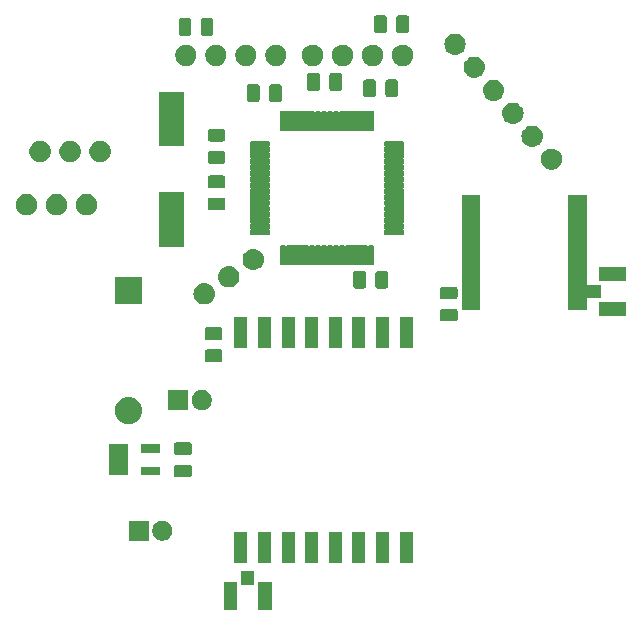
<source format=gbr>
G04 #@! TF.GenerationSoftware,KiCad,Pcbnew,(5.1.4-0-10_14)*
G04 #@! TF.CreationDate,2020-03-11T12:16:04+01:00*
G04 #@! TF.ProjectId,CanSat2020Probe,43616e53-6174-4323-9032-3050726f6265,v01*
G04 #@! TF.SameCoordinates,Original*
G04 #@! TF.FileFunction,Soldermask,Top*
G04 #@! TF.FilePolarity,Negative*
%FSLAX46Y46*%
G04 Gerber Fmt 4.6, Leading zero omitted, Abs format (unit mm)*
G04 Created by KiCad (PCBNEW (5.1.4-0-10_14)) date 2020-03-11 12:16:04*
%MOMM*%
%LPD*%
G04 APERTURE LIST*
%ADD10C,0.100000*%
G04 APERTURE END LIST*
D10*
G36*
X147201000Y-126276000D02*
G01*
X146049000Y-126276000D01*
X146049000Y-123974000D01*
X147201000Y-123974000D01*
X147201000Y-126276000D01*
X147201000Y-126276000D01*
G37*
G36*
X144251000Y-126276000D02*
G01*
X143099000Y-126276000D01*
X143099000Y-123974000D01*
X144251000Y-123974000D01*
X144251000Y-126276000D01*
X144251000Y-126276000D01*
G37*
G36*
X145701000Y-124176000D02*
G01*
X144599000Y-124176000D01*
X144599000Y-123024000D01*
X145701000Y-123024000D01*
X145701000Y-124176000D01*
X145701000Y-124176000D01*
G37*
G36*
X153101000Y-122351000D02*
G01*
X151999000Y-122351000D01*
X151999000Y-119749000D01*
X153101000Y-119749000D01*
X153101000Y-122351000D01*
X153101000Y-122351000D01*
G37*
G36*
X151101000Y-122351000D02*
G01*
X149999000Y-122351000D01*
X149999000Y-119749000D01*
X151101000Y-119749000D01*
X151101000Y-122351000D01*
X151101000Y-122351000D01*
G37*
G36*
X149101000Y-122351000D02*
G01*
X147999000Y-122351000D01*
X147999000Y-119749000D01*
X149101000Y-119749000D01*
X149101000Y-122351000D01*
X149101000Y-122351000D01*
G37*
G36*
X147101000Y-122351000D02*
G01*
X145999000Y-122351000D01*
X145999000Y-119749000D01*
X147101000Y-119749000D01*
X147101000Y-122351000D01*
X147101000Y-122351000D01*
G37*
G36*
X145101000Y-122351000D02*
G01*
X143999000Y-122351000D01*
X143999000Y-119749000D01*
X145101000Y-119749000D01*
X145101000Y-122351000D01*
X145101000Y-122351000D01*
G37*
G36*
X159101000Y-122351000D02*
G01*
X157999000Y-122351000D01*
X157999000Y-119749000D01*
X159101000Y-119749000D01*
X159101000Y-122351000D01*
X159101000Y-122351000D01*
G37*
G36*
X157101000Y-122351000D02*
G01*
X155999000Y-122351000D01*
X155999000Y-119749000D01*
X157101000Y-119749000D01*
X157101000Y-122351000D01*
X157101000Y-122351000D01*
G37*
G36*
X155101000Y-122351000D02*
G01*
X153999000Y-122351000D01*
X153999000Y-119749000D01*
X155101000Y-119749000D01*
X155101000Y-122351000D01*
X155101000Y-122351000D01*
G37*
G36*
X138148228Y-118781703D02*
G01*
X138303100Y-118845853D01*
X138442481Y-118938985D01*
X138561015Y-119057519D01*
X138654147Y-119196900D01*
X138718297Y-119351772D01*
X138751000Y-119516184D01*
X138751000Y-119683816D01*
X138718297Y-119848228D01*
X138654147Y-120003100D01*
X138561015Y-120142481D01*
X138442481Y-120261015D01*
X138303100Y-120354147D01*
X138148228Y-120418297D01*
X137983816Y-120451000D01*
X137816184Y-120451000D01*
X137651772Y-120418297D01*
X137496900Y-120354147D01*
X137357519Y-120261015D01*
X137238985Y-120142481D01*
X137145853Y-120003100D01*
X137081703Y-119848228D01*
X137049000Y-119683816D01*
X137049000Y-119516184D01*
X137081703Y-119351772D01*
X137145853Y-119196900D01*
X137238985Y-119057519D01*
X137357519Y-118938985D01*
X137496900Y-118845853D01*
X137651772Y-118781703D01*
X137816184Y-118749000D01*
X137983816Y-118749000D01*
X138148228Y-118781703D01*
X138148228Y-118781703D01*
G37*
G36*
X136751000Y-120451000D02*
G01*
X135049000Y-120451000D01*
X135049000Y-118749000D01*
X136751000Y-118749000D01*
X136751000Y-120451000D01*
X136751000Y-120451000D01*
G37*
G36*
X140234468Y-114003565D02*
G01*
X140273138Y-114015296D01*
X140308777Y-114034346D01*
X140340017Y-114059983D01*
X140365654Y-114091223D01*
X140384704Y-114126862D01*
X140396435Y-114165532D01*
X140401000Y-114211888D01*
X140401000Y-114863112D01*
X140396435Y-114909468D01*
X140384704Y-114948138D01*
X140365654Y-114983777D01*
X140340017Y-115015017D01*
X140308777Y-115040654D01*
X140273138Y-115059704D01*
X140234468Y-115071435D01*
X140188112Y-115076000D01*
X139111888Y-115076000D01*
X139065532Y-115071435D01*
X139026862Y-115059704D01*
X138991223Y-115040654D01*
X138959983Y-115015017D01*
X138934346Y-114983777D01*
X138915296Y-114948138D01*
X138903565Y-114909468D01*
X138899000Y-114863112D01*
X138899000Y-114211888D01*
X138903565Y-114165532D01*
X138915296Y-114126862D01*
X138934346Y-114091223D01*
X138959983Y-114059983D01*
X138991223Y-114034346D01*
X139026862Y-114015296D01*
X139065532Y-114003565D01*
X139111888Y-113999000D01*
X140188112Y-113999000D01*
X140234468Y-114003565D01*
X140234468Y-114003565D01*
G37*
G36*
X137731000Y-114926000D02*
G01*
X136069000Y-114926000D01*
X136069000Y-114174000D01*
X137731000Y-114174000D01*
X137731000Y-114926000D01*
X137731000Y-114926000D01*
G37*
G36*
X135031000Y-114926000D02*
G01*
X133369000Y-114926000D01*
X133369000Y-112274000D01*
X135031000Y-112274000D01*
X135031000Y-114926000D01*
X135031000Y-114926000D01*
G37*
G36*
X140234468Y-112128565D02*
G01*
X140273138Y-112140296D01*
X140308777Y-112159346D01*
X140340017Y-112184983D01*
X140365654Y-112216223D01*
X140384704Y-112251862D01*
X140396435Y-112290532D01*
X140401000Y-112336888D01*
X140401000Y-112988112D01*
X140396435Y-113034468D01*
X140384704Y-113073138D01*
X140365654Y-113108777D01*
X140340017Y-113140017D01*
X140308777Y-113165654D01*
X140273138Y-113184704D01*
X140234468Y-113196435D01*
X140188112Y-113201000D01*
X139111888Y-113201000D01*
X139065532Y-113196435D01*
X139026862Y-113184704D01*
X138991223Y-113165654D01*
X138959983Y-113140017D01*
X138934346Y-113108777D01*
X138915296Y-113073138D01*
X138903565Y-113034468D01*
X138899000Y-112988112D01*
X138899000Y-112336888D01*
X138903565Y-112290532D01*
X138915296Y-112251862D01*
X138934346Y-112216223D01*
X138959983Y-112184983D01*
X138991223Y-112159346D01*
X139026862Y-112140296D01*
X139065532Y-112128565D01*
X139111888Y-112124000D01*
X140188112Y-112124000D01*
X140234468Y-112128565D01*
X140234468Y-112128565D01*
G37*
G36*
X137731000Y-113026000D02*
G01*
X136069000Y-113026000D01*
X136069000Y-112274000D01*
X137731000Y-112274000D01*
X137731000Y-113026000D01*
X137731000Y-113026000D01*
G37*
G36*
X135219271Y-108270103D02*
G01*
X135275635Y-108275654D01*
X135492600Y-108341470D01*
X135492602Y-108341471D01*
X135692555Y-108448347D01*
X135867818Y-108592182D01*
X136011653Y-108767445D01*
X136110885Y-108953097D01*
X136118530Y-108967400D01*
X136184346Y-109184365D01*
X136202461Y-109368295D01*
X136206569Y-109410000D01*
X136184346Y-109635634D01*
X136118529Y-109852602D01*
X136011653Y-110052555D01*
X135867818Y-110227818D01*
X135692555Y-110371653D01*
X135492602Y-110478529D01*
X135492600Y-110478530D01*
X135275635Y-110544346D01*
X135219271Y-110549897D01*
X135106545Y-110561000D01*
X134993455Y-110561000D01*
X134880729Y-110549897D01*
X134824365Y-110544346D01*
X134607400Y-110478530D01*
X134607398Y-110478529D01*
X134407445Y-110371653D01*
X134232182Y-110227818D01*
X134088347Y-110052555D01*
X133981471Y-109852602D01*
X133915654Y-109635634D01*
X133893431Y-109410000D01*
X133897539Y-109368295D01*
X133915654Y-109184365D01*
X133981470Y-108967400D01*
X133989115Y-108953097D01*
X134088347Y-108767445D01*
X134232182Y-108592182D01*
X134407445Y-108448347D01*
X134607398Y-108341471D01*
X134607400Y-108341470D01*
X134824365Y-108275654D01*
X134880729Y-108270103D01*
X134993455Y-108259000D01*
X135106545Y-108259000D01*
X135219271Y-108270103D01*
X135219271Y-108270103D01*
G37*
G36*
X141498228Y-107731703D02*
G01*
X141653100Y-107795853D01*
X141792481Y-107888985D01*
X141911015Y-108007519D01*
X142004147Y-108146900D01*
X142068297Y-108301772D01*
X142101000Y-108466184D01*
X142101000Y-108633816D01*
X142068297Y-108798228D01*
X142004147Y-108953100D01*
X141911015Y-109092481D01*
X141792481Y-109211015D01*
X141653100Y-109304147D01*
X141498228Y-109368297D01*
X141333816Y-109401000D01*
X141166184Y-109401000D01*
X141001772Y-109368297D01*
X140846900Y-109304147D01*
X140707519Y-109211015D01*
X140588985Y-109092481D01*
X140495853Y-108953100D01*
X140431703Y-108798228D01*
X140399000Y-108633816D01*
X140399000Y-108466184D01*
X140431703Y-108301772D01*
X140495853Y-108146900D01*
X140588985Y-108007519D01*
X140707519Y-107888985D01*
X140846900Y-107795853D01*
X141001772Y-107731703D01*
X141166184Y-107699000D01*
X141333816Y-107699000D01*
X141498228Y-107731703D01*
X141498228Y-107731703D01*
G37*
G36*
X140101000Y-109401000D02*
G01*
X138399000Y-109401000D01*
X138399000Y-107699000D01*
X140101000Y-107699000D01*
X140101000Y-109401000D01*
X140101000Y-109401000D01*
G37*
G36*
X142834468Y-104253565D02*
G01*
X142873138Y-104265296D01*
X142908777Y-104284346D01*
X142940017Y-104309983D01*
X142965654Y-104341223D01*
X142984704Y-104376862D01*
X142996435Y-104415532D01*
X143001000Y-104461888D01*
X143001000Y-105113112D01*
X142996435Y-105159468D01*
X142984704Y-105198138D01*
X142965654Y-105233777D01*
X142940017Y-105265017D01*
X142908777Y-105290654D01*
X142873138Y-105309704D01*
X142834468Y-105321435D01*
X142788112Y-105326000D01*
X141711888Y-105326000D01*
X141665532Y-105321435D01*
X141626862Y-105309704D01*
X141591223Y-105290654D01*
X141559983Y-105265017D01*
X141534346Y-105233777D01*
X141515296Y-105198138D01*
X141503565Y-105159468D01*
X141499000Y-105113112D01*
X141499000Y-104461888D01*
X141503565Y-104415532D01*
X141515296Y-104376862D01*
X141534346Y-104341223D01*
X141559983Y-104309983D01*
X141591223Y-104284346D01*
X141626862Y-104265296D01*
X141665532Y-104253565D01*
X141711888Y-104249000D01*
X142788112Y-104249000D01*
X142834468Y-104253565D01*
X142834468Y-104253565D01*
G37*
G36*
X149101000Y-104151000D02*
G01*
X147999000Y-104151000D01*
X147999000Y-101549000D01*
X149101000Y-101549000D01*
X149101000Y-104151000D01*
X149101000Y-104151000D01*
G37*
G36*
X159101000Y-104151000D02*
G01*
X157999000Y-104151000D01*
X157999000Y-101549000D01*
X159101000Y-101549000D01*
X159101000Y-104151000D01*
X159101000Y-104151000D01*
G37*
G36*
X145101000Y-104151000D02*
G01*
X143999000Y-104151000D01*
X143999000Y-101549000D01*
X145101000Y-101549000D01*
X145101000Y-104151000D01*
X145101000Y-104151000D01*
G37*
G36*
X147101000Y-104151000D02*
G01*
X145999000Y-104151000D01*
X145999000Y-101549000D01*
X147101000Y-101549000D01*
X147101000Y-104151000D01*
X147101000Y-104151000D01*
G37*
G36*
X157101000Y-104151000D02*
G01*
X155999000Y-104151000D01*
X155999000Y-101549000D01*
X157101000Y-101549000D01*
X157101000Y-104151000D01*
X157101000Y-104151000D01*
G37*
G36*
X155101000Y-104151000D02*
G01*
X153999000Y-104151000D01*
X153999000Y-101549000D01*
X155101000Y-101549000D01*
X155101000Y-104151000D01*
X155101000Y-104151000D01*
G37*
G36*
X153101000Y-104151000D02*
G01*
X151999000Y-104151000D01*
X151999000Y-101549000D01*
X153101000Y-101549000D01*
X153101000Y-104151000D01*
X153101000Y-104151000D01*
G37*
G36*
X151101000Y-104151000D02*
G01*
X149999000Y-104151000D01*
X149999000Y-101549000D01*
X151101000Y-101549000D01*
X151101000Y-104151000D01*
X151101000Y-104151000D01*
G37*
G36*
X142834468Y-102378565D02*
G01*
X142873138Y-102390296D01*
X142908777Y-102409346D01*
X142940017Y-102434983D01*
X142965654Y-102466223D01*
X142984704Y-102501862D01*
X142996435Y-102540532D01*
X143001000Y-102586888D01*
X143001000Y-103238112D01*
X142996435Y-103284468D01*
X142984704Y-103323138D01*
X142965654Y-103358777D01*
X142940017Y-103390017D01*
X142908777Y-103415654D01*
X142873138Y-103434704D01*
X142834468Y-103446435D01*
X142788112Y-103451000D01*
X141711888Y-103451000D01*
X141665532Y-103446435D01*
X141626862Y-103434704D01*
X141591223Y-103415654D01*
X141559983Y-103390017D01*
X141534346Y-103358777D01*
X141515296Y-103323138D01*
X141503565Y-103284468D01*
X141499000Y-103238112D01*
X141499000Y-102586888D01*
X141503565Y-102540532D01*
X141515296Y-102501862D01*
X141534346Y-102466223D01*
X141559983Y-102434983D01*
X141591223Y-102409346D01*
X141626862Y-102390296D01*
X141665532Y-102378565D01*
X141711888Y-102374000D01*
X142788112Y-102374000D01*
X142834468Y-102378565D01*
X142834468Y-102378565D01*
G37*
G36*
X162734468Y-100816065D02*
G01*
X162773138Y-100827796D01*
X162808777Y-100846846D01*
X162840017Y-100872483D01*
X162865654Y-100903723D01*
X162884704Y-100939362D01*
X162896435Y-100978032D01*
X162901000Y-101024388D01*
X162901000Y-101675612D01*
X162896435Y-101721968D01*
X162884704Y-101760638D01*
X162865654Y-101796277D01*
X162840017Y-101827517D01*
X162808777Y-101853154D01*
X162773138Y-101872204D01*
X162734468Y-101883935D01*
X162688112Y-101888500D01*
X161611888Y-101888500D01*
X161565532Y-101883935D01*
X161526862Y-101872204D01*
X161491223Y-101853154D01*
X161459983Y-101827517D01*
X161434346Y-101796277D01*
X161415296Y-101760638D01*
X161403565Y-101721968D01*
X161399000Y-101675612D01*
X161399000Y-101024388D01*
X161403565Y-100978032D01*
X161415296Y-100939362D01*
X161434346Y-100903723D01*
X161459983Y-100872483D01*
X161491223Y-100846846D01*
X161526862Y-100827796D01*
X161565532Y-100816065D01*
X161611888Y-100811500D01*
X162688112Y-100811500D01*
X162734468Y-100816065D01*
X162734468Y-100816065D01*
G37*
G36*
X177176000Y-101401000D02*
G01*
X174874000Y-101401000D01*
X174874000Y-100249000D01*
X177176000Y-100249000D01*
X177176000Y-101401000D01*
X177176000Y-101401000D01*
G37*
G36*
X164826000Y-100926000D02*
G01*
X163274000Y-100926000D01*
X163274000Y-91174000D01*
X164826000Y-91174000D01*
X164826000Y-100926000D01*
X164826000Y-100926000D01*
G37*
G36*
X173826000Y-98674001D02*
G01*
X173828402Y-98698387D01*
X173835515Y-98721836D01*
X173847066Y-98743447D01*
X173862611Y-98762389D01*
X173881553Y-98777934D01*
X173903164Y-98789485D01*
X173926613Y-98796598D01*
X173950999Y-98799000D01*
X175076000Y-98799000D01*
X175076000Y-99901000D01*
X173950999Y-99901000D01*
X173926613Y-99903402D01*
X173903164Y-99910515D01*
X173881553Y-99922066D01*
X173862611Y-99937611D01*
X173847066Y-99956553D01*
X173835515Y-99978164D01*
X173828402Y-100001613D01*
X173826000Y-100025999D01*
X173826000Y-100926000D01*
X172274000Y-100926000D01*
X172274000Y-91174000D01*
X173826000Y-91174000D01*
X173826000Y-98674001D01*
X173826000Y-98674001D01*
G37*
G36*
X141560443Y-98655519D02*
G01*
X141626627Y-98662037D01*
X141796466Y-98713557D01*
X141952991Y-98797222D01*
X141955157Y-98799000D01*
X142090186Y-98909814D01*
X142159370Y-98994116D01*
X142202778Y-99047009D01*
X142286443Y-99203534D01*
X142337963Y-99373373D01*
X142355359Y-99550000D01*
X142337963Y-99726627D01*
X142286443Y-99896466D01*
X142202778Y-100052991D01*
X142173448Y-100088729D01*
X142090186Y-100190186D01*
X141988729Y-100273448D01*
X141952991Y-100302778D01*
X141796466Y-100386443D01*
X141626627Y-100437963D01*
X141560442Y-100444482D01*
X141494260Y-100451000D01*
X141405740Y-100451000D01*
X141339558Y-100444482D01*
X141273373Y-100437963D01*
X141103534Y-100386443D01*
X140947009Y-100302778D01*
X140911271Y-100273448D01*
X140809814Y-100190186D01*
X140726552Y-100088729D01*
X140697222Y-100052991D01*
X140613557Y-99896466D01*
X140562037Y-99726627D01*
X140544641Y-99550000D01*
X140562037Y-99373373D01*
X140613557Y-99203534D01*
X140697222Y-99047009D01*
X140740630Y-98994116D01*
X140809814Y-98909814D01*
X140944843Y-98799000D01*
X140947009Y-98797222D01*
X141103534Y-98713557D01*
X141273373Y-98662037D01*
X141339558Y-98655518D01*
X141405740Y-98649000D01*
X141494260Y-98649000D01*
X141560443Y-98655519D01*
X141560443Y-98655519D01*
G37*
G36*
X136201000Y-100401000D02*
G01*
X133899000Y-100401000D01*
X133899000Y-98099000D01*
X136201000Y-98099000D01*
X136201000Y-100401000D01*
X136201000Y-100401000D01*
G37*
G36*
X162734468Y-98941065D02*
G01*
X162773138Y-98952796D01*
X162808777Y-98971846D01*
X162840017Y-98997483D01*
X162865654Y-99028723D01*
X162884704Y-99064362D01*
X162896435Y-99103032D01*
X162901000Y-99149388D01*
X162901000Y-99800612D01*
X162896435Y-99846968D01*
X162884704Y-99885638D01*
X162865654Y-99921277D01*
X162840017Y-99952517D01*
X162808777Y-99978154D01*
X162773138Y-99997204D01*
X162734468Y-100008935D01*
X162688112Y-100013500D01*
X161611888Y-100013500D01*
X161565532Y-100008935D01*
X161526862Y-99997204D01*
X161491223Y-99978154D01*
X161459983Y-99952517D01*
X161434346Y-99921277D01*
X161415296Y-99885638D01*
X161403565Y-99846968D01*
X161399000Y-99800612D01*
X161399000Y-99149388D01*
X161403565Y-99103032D01*
X161415296Y-99064362D01*
X161434346Y-99028723D01*
X161459983Y-98997483D01*
X161491223Y-98971846D01*
X161526862Y-98952796D01*
X161565532Y-98941065D01*
X161611888Y-98936500D01*
X162688112Y-98936500D01*
X162734468Y-98941065D01*
X162734468Y-98941065D01*
G37*
G36*
X156859468Y-97603565D02*
G01*
X156898138Y-97615296D01*
X156933777Y-97634346D01*
X156965017Y-97659983D01*
X156990654Y-97691223D01*
X157009704Y-97726862D01*
X157021435Y-97765532D01*
X157026000Y-97811888D01*
X157026000Y-98888112D01*
X157021435Y-98934468D01*
X157009704Y-98973138D01*
X156990654Y-99008777D01*
X156965017Y-99040017D01*
X156933777Y-99065654D01*
X156898138Y-99084704D01*
X156859468Y-99096435D01*
X156813112Y-99101000D01*
X156161888Y-99101000D01*
X156115532Y-99096435D01*
X156076862Y-99084704D01*
X156041223Y-99065654D01*
X156009983Y-99040017D01*
X155984346Y-99008777D01*
X155965296Y-98973138D01*
X155953565Y-98934468D01*
X155949000Y-98888112D01*
X155949000Y-97811888D01*
X155953565Y-97765532D01*
X155965296Y-97726862D01*
X155984346Y-97691223D01*
X156009983Y-97659983D01*
X156041223Y-97634346D01*
X156076862Y-97615296D01*
X156115532Y-97603565D01*
X156161888Y-97599000D01*
X156813112Y-97599000D01*
X156859468Y-97603565D01*
X156859468Y-97603565D01*
G37*
G36*
X154984468Y-97603565D02*
G01*
X155023138Y-97615296D01*
X155058777Y-97634346D01*
X155090017Y-97659983D01*
X155115654Y-97691223D01*
X155134704Y-97726862D01*
X155146435Y-97765532D01*
X155151000Y-97811888D01*
X155151000Y-98888112D01*
X155146435Y-98934468D01*
X155134704Y-98973138D01*
X155115654Y-99008777D01*
X155090017Y-99040017D01*
X155058777Y-99065654D01*
X155023138Y-99084704D01*
X154984468Y-99096435D01*
X154938112Y-99101000D01*
X154286888Y-99101000D01*
X154240532Y-99096435D01*
X154201862Y-99084704D01*
X154166223Y-99065654D01*
X154134983Y-99040017D01*
X154109346Y-99008777D01*
X154090296Y-98973138D01*
X154078565Y-98934468D01*
X154074000Y-98888112D01*
X154074000Y-97811888D01*
X154078565Y-97765532D01*
X154090296Y-97726862D01*
X154109346Y-97691223D01*
X154134983Y-97659983D01*
X154166223Y-97634346D01*
X154201862Y-97615296D01*
X154240532Y-97603565D01*
X154286888Y-97599000D01*
X154938112Y-97599000D01*
X154984468Y-97603565D01*
X154984468Y-97603565D01*
G37*
G36*
X143641089Y-97198635D02*
G01*
X143707273Y-97205153D01*
X143877112Y-97256673D01*
X144033637Y-97340338D01*
X144069375Y-97369668D01*
X144170832Y-97452930D01*
X144240016Y-97537232D01*
X144283424Y-97590125D01*
X144367089Y-97746650D01*
X144418609Y-97916489D01*
X144436005Y-98093116D01*
X144418609Y-98269743D01*
X144367089Y-98439582D01*
X144283424Y-98596107D01*
X144254094Y-98631845D01*
X144170832Y-98733302D01*
X144069375Y-98816564D01*
X144033637Y-98845894D01*
X143877112Y-98929559D01*
X143707273Y-98981079D01*
X143641088Y-98987598D01*
X143574906Y-98994116D01*
X143486386Y-98994116D01*
X143420203Y-98987597D01*
X143354019Y-98981079D01*
X143184180Y-98929559D01*
X143027655Y-98845894D01*
X142991917Y-98816564D01*
X142890460Y-98733302D01*
X142807198Y-98631845D01*
X142777868Y-98596107D01*
X142694203Y-98439582D01*
X142642683Y-98269743D01*
X142625287Y-98093116D01*
X142642683Y-97916489D01*
X142694203Y-97746650D01*
X142777868Y-97590125D01*
X142821276Y-97537232D01*
X142890460Y-97452930D01*
X142991917Y-97369668D01*
X143027655Y-97340338D01*
X143184180Y-97256673D01*
X143354019Y-97205153D01*
X143420204Y-97198634D01*
X143486386Y-97192116D01*
X143574906Y-97192116D01*
X143641089Y-97198635D01*
X143641089Y-97198635D01*
G37*
G36*
X177176000Y-98451000D02*
G01*
X174874000Y-98451000D01*
X174874000Y-97299000D01*
X177176000Y-97299000D01*
X177176000Y-98451000D01*
X177176000Y-98451000D01*
G37*
G36*
X145721734Y-95741750D02*
G01*
X145787919Y-95748269D01*
X145957758Y-95799789D01*
X146114283Y-95883454D01*
X146150021Y-95912784D01*
X146251478Y-95996046D01*
X146334740Y-96097503D01*
X146364070Y-96133241D01*
X146447735Y-96289766D01*
X146499255Y-96459605D01*
X146516651Y-96636232D01*
X146499255Y-96812859D01*
X146447735Y-96982698D01*
X146364070Y-97139223D01*
X146334740Y-97174961D01*
X146251478Y-97276418D01*
X146173591Y-97340337D01*
X146114283Y-97389010D01*
X145957758Y-97472675D01*
X145787919Y-97524195D01*
X145721735Y-97530713D01*
X145655552Y-97537232D01*
X145567032Y-97537232D01*
X145500849Y-97530713D01*
X145434665Y-97524195D01*
X145264826Y-97472675D01*
X145108301Y-97389010D01*
X145048993Y-97340337D01*
X144971106Y-97276418D01*
X144887844Y-97174961D01*
X144858514Y-97139223D01*
X144774849Y-96982698D01*
X144723329Y-96812859D01*
X144705933Y-96636232D01*
X144723329Y-96459605D01*
X144774849Y-96289766D01*
X144858514Y-96133241D01*
X144887844Y-96097503D01*
X144971106Y-95996046D01*
X145072563Y-95912784D01*
X145108301Y-95883454D01*
X145264826Y-95799789D01*
X145434665Y-95748269D01*
X145500850Y-95741750D01*
X145567032Y-95735232D01*
X145655552Y-95735232D01*
X145721734Y-95741750D01*
X145721734Y-95741750D01*
G37*
G36*
X148270295Y-95450323D02*
G01*
X148277309Y-95452451D01*
X148291077Y-95459810D01*
X148313716Y-95469187D01*
X148337749Y-95473967D01*
X148362253Y-95473967D01*
X148386286Y-95469186D01*
X148408923Y-95459810D01*
X148422691Y-95452451D01*
X148429705Y-95450323D01*
X148443140Y-95449000D01*
X148756860Y-95449000D01*
X148770295Y-95450323D01*
X148777309Y-95452451D01*
X148791077Y-95459810D01*
X148813716Y-95469187D01*
X148837749Y-95473967D01*
X148862253Y-95473967D01*
X148886286Y-95469186D01*
X148908923Y-95459810D01*
X148922691Y-95452451D01*
X148929705Y-95450323D01*
X148943140Y-95449000D01*
X149256860Y-95449000D01*
X149270295Y-95450323D01*
X149277309Y-95452451D01*
X149291077Y-95459810D01*
X149313716Y-95469187D01*
X149337749Y-95473967D01*
X149362253Y-95473967D01*
X149386286Y-95469186D01*
X149408923Y-95459810D01*
X149422691Y-95452451D01*
X149429705Y-95450323D01*
X149443140Y-95449000D01*
X149756860Y-95449000D01*
X149770295Y-95450323D01*
X149777309Y-95452451D01*
X149791077Y-95459810D01*
X149813716Y-95469187D01*
X149837749Y-95473967D01*
X149862253Y-95473967D01*
X149886286Y-95469186D01*
X149908923Y-95459810D01*
X149922691Y-95452451D01*
X149929705Y-95450323D01*
X149943140Y-95449000D01*
X150256860Y-95449000D01*
X150270295Y-95450323D01*
X150277309Y-95452451D01*
X150291077Y-95459810D01*
X150313716Y-95469187D01*
X150337749Y-95473967D01*
X150362253Y-95473967D01*
X150386286Y-95469186D01*
X150408923Y-95459810D01*
X150422691Y-95452451D01*
X150429705Y-95450323D01*
X150443140Y-95449000D01*
X150756860Y-95449000D01*
X150770295Y-95450323D01*
X150777309Y-95452451D01*
X150791077Y-95459810D01*
X150813716Y-95469187D01*
X150837749Y-95473967D01*
X150862253Y-95473967D01*
X150886286Y-95469186D01*
X150908923Y-95459810D01*
X150922691Y-95452451D01*
X150929705Y-95450323D01*
X150943140Y-95449000D01*
X151256860Y-95449000D01*
X151270295Y-95450323D01*
X151277309Y-95452451D01*
X151291077Y-95459810D01*
X151313716Y-95469187D01*
X151337749Y-95473967D01*
X151362253Y-95473967D01*
X151386286Y-95469186D01*
X151408923Y-95459810D01*
X151422691Y-95452451D01*
X151429705Y-95450323D01*
X151443140Y-95449000D01*
X151756860Y-95449000D01*
X151770295Y-95450323D01*
X151777309Y-95452451D01*
X151791077Y-95459810D01*
X151813716Y-95469187D01*
X151837749Y-95473967D01*
X151862253Y-95473967D01*
X151886286Y-95469186D01*
X151908923Y-95459810D01*
X151922691Y-95452451D01*
X151929705Y-95450323D01*
X151943140Y-95449000D01*
X152256860Y-95449000D01*
X152270295Y-95450323D01*
X152277309Y-95452451D01*
X152291077Y-95459810D01*
X152313716Y-95469187D01*
X152337749Y-95473967D01*
X152362253Y-95473967D01*
X152386286Y-95469186D01*
X152408923Y-95459810D01*
X152422691Y-95452451D01*
X152429705Y-95450323D01*
X152443140Y-95449000D01*
X152756860Y-95449000D01*
X152770295Y-95450323D01*
X152777309Y-95452451D01*
X152791077Y-95459810D01*
X152813716Y-95469187D01*
X152837749Y-95473967D01*
X152862253Y-95473967D01*
X152886286Y-95469186D01*
X152908923Y-95459810D01*
X152922691Y-95452451D01*
X152929705Y-95450323D01*
X152943140Y-95449000D01*
X153256860Y-95449000D01*
X153270295Y-95450323D01*
X153277309Y-95452451D01*
X153291077Y-95459810D01*
X153313716Y-95469187D01*
X153337749Y-95473967D01*
X153362253Y-95473967D01*
X153386286Y-95469186D01*
X153408923Y-95459810D01*
X153422691Y-95452451D01*
X153429705Y-95450323D01*
X153443140Y-95449000D01*
X153756860Y-95449000D01*
X153770295Y-95450323D01*
X153777309Y-95452451D01*
X153791077Y-95459810D01*
X153813716Y-95469187D01*
X153837749Y-95473967D01*
X153862253Y-95473967D01*
X153886286Y-95469186D01*
X153908923Y-95459810D01*
X153922691Y-95452451D01*
X153929705Y-95450323D01*
X153943140Y-95449000D01*
X154256860Y-95449000D01*
X154270295Y-95450323D01*
X154277309Y-95452451D01*
X154291077Y-95459810D01*
X154313716Y-95469187D01*
X154337749Y-95473967D01*
X154362253Y-95473967D01*
X154386286Y-95469186D01*
X154408923Y-95459810D01*
X154422691Y-95452451D01*
X154429705Y-95450323D01*
X154443140Y-95449000D01*
X154756860Y-95449000D01*
X154770295Y-95450323D01*
X154777309Y-95452451D01*
X154791077Y-95459810D01*
X154813716Y-95469187D01*
X154837749Y-95473967D01*
X154862253Y-95473967D01*
X154886286Y-95469186D01*
X154908923Y-95459810D01*
X154922691Y-95452451D01*
X154929705Y-95450323D01*
X154943140Y-95449000D01*
X155256860Y-95449000D01*
X155270295Y-95450323D01*
X155277309Y-95452451D01*
X155291077Y-95459810D01*
X155313716Y-95469187D01*
X155337749Y-95473967D01*
X155362253Y-95473967D01*
X155386286Y-95469186D01*
X155408923Y-95459810D01*
X155422691Y-95452451D01*
X155429705Y-95450323D01*
X155443140Y-95449000D01*
X155756860Y-95449000D01*
X155770295Y-95450323D01*
X155777310Y-95452451D01*
X155783776Y-95455908D01*
X155789442Y-95460558D01*
X155794092Y-95466224D01*
X155797549Y-95472690D01*
X155799677Y-95479705D01*
X155801000Y-95493140D01*
X155801000Y-97056860D01*
X155799677Y-97070295D01*
X155797549Y-97077310D01*
X155794092Y-97083776D01*
X155789442Y-97089442D01*
X155783776Y-97094092D01*
X155777310Y-97097549D01*
X155770295Y-97099677D01*
X155756860Y-97101000D01*
X155443140Y-97101000D01*
X155429705Y-97099677D01*
X155422691Y-97097549D01*
X155408923Y-97090190D01*
X155386284Y-97080813D01*
X155362251Y-97076033D01*
X155337747Y-97076033D01*
X155313714Y-97080814D01*
X155291077Y-97090190D01*
X155277309Y-97097549D01*
X155270295Y-97099677D01*
X155256860Y-97101000D01*
X154943140Y-97101000D01*
X154929705Y-97099677D01*
X154922691Y-97097549D01*
X154908923Y-97090190D01*
X154886284Y-97080813D01*
X154862251Y-97076033D01*
X154837747Y-97076033D01*
X154813714Y-97080814D01*
X154791077Y-97090190D01*
X154777309Y-97097549D01*
X154770295Y-97099677D01*
X154756860Y-97101000D01*
X154443140Y-97101000D01*
X154429705Y-97099677D01*
X154422691Y-97097549D01*
X154408923Y-97090190D01*
X154386284Y-97080813D01*
X154362251Y-97076033D01*
X154337747Y-97076033D01*
X154313714Y-97080814D01*
X154291077Y-97090190D01*
X154277309Y-97097549D01*
X154270295Y-97099677D01*
X154256860Y-97101000D01*
X153943140Y-97101000D01*
X153929705Y-97099677D01*
X153922691Y-97097549D01*
X153908923Y-97090190D01*
X153886284Y-97080813D01*
X153862251Y-97076033D01*
X153837747Y-97076033D01*
X153813714Y-97080814D01*
X153791077Y-97090190D01*
X153777309Y-97097549D01*
X153770295Y-97099677D01*
X153756860Y-97101000D01*
X153443140Y-97101000D01*
X153429705Y-97099677D01*
X153422691Y-97097549D01*
X153408923Y-97090190D01*
X153386284Y-97080813D01*
X153362251Y-97076033D01*
X153337747Y-97076033D01*
X153313714Y-97080814D01*
X153291077Y-97090190D01*
X153277309Y-97097549D01*
X153270295Y-97099677D01*
X153256860Y-97101000D01*
X152943140Y-97101000D01*
X152929705Y-97099677D01*
X152922691Y-97097549D01*
X152908923Y-97090190D01*
X152886284Y-97080813D01*
X152862251Y-97076033D01*
X152837747Y-97076033D01*
X152813714Y-97080814D01*
X152791077Y-97090190D01*
X152777309Y-97097549D01*
X152770295Y-97099677D01*
X152756860Y-97101000D01*
X152443140Y-97101000D01*
X152429705Y-97099677D01*
X152422691Y-97097549D01*
X152408923Y-97090190D01*
X152386284Y-97080813D01*
X152362251Y-97076033D01*
X152337747Y-97076033D01*
X152313714Y-97080814D01*
X152291077Y-97090190D01*
X152277309Y-97097549D01*
X152270295Y-97099677D01*
X152256860Y-97101000D01*
X151943140Y-97101000D01*
X151929705Y-97099677D01*
X151922691Y-97097549D01*
X151908923Y-97090190D01*
X151886284Y-97080813D01*
X151862251Y-97076033D01*
X151837747Y-97076033D01*
X151813714Y-97080814D01*
X151791077Y-97090190D01*
X151777309Y-97097549D01*
X151770295Y-97099677D01*
X151756860Y-97101000D01*
X151443140Y-97101000D01*
X151429705Y-97099677D01*
X151422691Y-97097549D01*
X151408923Y-97090190D01*
X151386284Y-97080813D01*
X151362251Y-97076033D01*
X151337747Y-97076033D01*
X151313714Y-97080814D01*
X151291077Y-97090190D01*
X151277309Y-97097549D01*
X151270295Y-97099677D01*
X151256860Y-97101000D01*
X150943140Y-97101000D01*
X150929705Y-97099677D01*
X150922691Y-97097549D01*
X150908923Y-97090190D01*
X150886284Y-97080813D01*
X150862251Y-97076033D01*
X150837747Y-97076033D01*
X150813714Y-97080814D01*
X150791077Y-97090190D01*
X150777309Y-97097549D01*
X150770295Y-97099677D01*
X150756860Y-97101000D01*
X150443140Y-97101000D01*
X150429705Y-97099677D01*
X150422691Y-97097549D01*
X150408923Y-97090190D01*
X150386284Y-97080813D01*
X150362251Y-97076033D01*
X150337747Y-97076033D01*
X150313714Y-97080814D01*
X150291077Y-97090190D01*
X150277309Y-97097549D01*
X150270295Y-97099677D01*
X150256860Y-97101000D01*
X149943140Y-97101000D01*
X149929705Y-97099677D01*
X149922691Y-97097549D01*
X149908923Y-97090190D01*
X149886284Y-97080813D01*
X149862251Y-97076033D01*
X149837747Y-97076033D01*
X149813714Y-97080814D01*
X149791077Y-97090190D01*
X149777309Y-97097549D01*
X149770295Y-97099677D01*
X149756860Y-97101000D01*
X149443140Y-97101000D01*
X149429705Y-97099677D01*
X149422691Y-97097549D01*
X149408923Y-97090190D01*
X149386284Y-97080813D01*
X149362251Y-97076033D01*
X149337747Y-97076033D01*
X149313714Y-97080814D01*
X149291077Y-97090190D01*
X149277309Y-97097549D01*
X149270295Y-97099677D01*
X149256860Y-97101000D01*
X148943140Y-97101000D01*
X148929705Y-97099677D01*
X148922691Y-97097549D01*
X148908923Y-97090190D01*
X148886284Y-97080813D01*
X148862251Y-97076033D01*
X148837747Y-97076033D01*
X148813714Y-97080814D01*
X148791077Y-97090190D01*
X148777309Y-97097549D01*
X148770295Y-97099677D01*
X148756860Y-97101000D01*
X148443140Y-97101000D01*
X148429705Y-97099677D01*
X148422691Y-97097549D01*
X148408923Y-97090190D01*
X148386284Y-97080813D01*
X148362251Y-97076033D01*
X148337747Y-97076033D01*
X148313714Y-97080814D01*
X148291077Y-97090190D01*
X148277309Y-97097549D01*
X148270295Y-97099677D01*
X148256860Y-97101000D01*
X147943140Y-97101000D01*
X147929705Y-97099677D01*
X147922690Y-97097549D01*
X147916224Y-97094092D01*
X147910558Y-97089442D01*
X147905908Y-97083776D01*
X147902451Y-97077310D01*
X147900323Y-97070295D01*
X147899000Y-97056860D01*
X147899000Y-95493140D01*
X147900323Y-95479705D01*
X147902451Y-95472690D01*
X147905908Y-95466224D01*
X147910558Y-95460558D01*
X147916224Y-95455908D01*
X147922690Y-95452451D01*
X147929705Y-95450323D01*
X147943140Y-95449000D01*
X148256860Y-95449000D01*
X148270295Y-95450323D01*
X148270295Y-95450323D01*
G37*
G36*
X139751000Y-95551000D02*
G01*
X137649000Y-95551000D01*
X137649000Y-90949000D01*
X139751000Y-90949000D01*
X139751000Y-95551000D01*
X139751000Y-95551000D01*
G37*
G36*
X146970295Y-86650323D02*
G01*
X146977310Y-86652451D01*
X146983776Y-86655908D01*
X146989442Y-86660558D01*
X146994092Y-86666224D01*
X146997549Y-86672690D01*
X146999677Y-86679705D01*
X147001000Y-86693140D01*
X147001000Y-87006860D01*
X146999677Y-87020295D01*
X146997549Y-87027309D01*
X146990190Y-87041077D01*
X146980813Y-87063716D01*
X146976033Y-87087749D01*
X146976033Y-87112253D01*
X146980814Y-87136286D01*
X146990190Y-87158923D01*
X146997549Y-87172691D01*
X146999677Y-87179705D01*
X147001000Y-87193140D01*
X147001000Y-87506860D01*
X146999677Y-87520295D01*
X146997549Y-87527309D01*
X146990190Y-87541077D01*
X146980813Y-87563716D01*
X146976033Y-87587749D01*
X146976033Y-87612253D01*
X146980814Y-87636286D01*
X146990190Y-87658923D01*
X146997549Y-87672691D01*
X146999677Y-87679705D01*
X147001000Y-87693140D01*
X147001000Y-88006860D01*
X146999677Y-88020295D01*
X146997549Y-88027309D01*
X146990190Y-88041077D01*
X146980813Y-88063716D01*
X146976033Y-88087749D01*
X146976033Y-88112253D01*
X146980814Y-88136286D01*
X146990190Y-88158923D01*
X146997549Y-88172691D01*
X146999677Y-88179705D01*
X147001000Y-88193140D01*
X147001000Y-88506860D01*
X146999677Y-88520295D01*
X146997549Y-88527309D01*
X146990190Y-88541077D01*
X146980813Y-88563716D01*
X146976033Y-88587749D01*
X146976033Y-88612253D01*
X146980814Y-88636286D01*
X146990190Y-88658923D01*
X146997549Y-88672691D01*
X146999677Y-88679705D01*
X147001000Y-88693140D01*
X147001000Y-89006860D01*
X146999677Y-89020295D01*
X146997549Y-89027309D01*
X146990190Y-89041077D01*
X146980813Y-89063716D01*
X146976033Y-89087749D01*
X146976033Y-89112253D01*
X146980814Y-89136286D01*
X146990190Y-89158923D01*
X146997549Y-89172691D01*
X146999677Y-89179705D01*
X147001000Y-89193140D01*
X147001000Y-89506860D01*
X146999677Y-89520295D01*
X146997549Y-89527309D01*
X146990190Y-89541077D01*
X146980813Y-89563716D01*
X146976033Y-89587749D01*
X146976033Y-89612253D01*
X146980814Y-89636286D01*
X146990190Y-89658923D01*
X146997549Y-89672691D01*
X146999677Y-89679705D01*
X147001000Y-89693140D01*
X147001000Y-90006860D01*
X146999677Y-90020295D01*
X146997549Y-90027309D01*
X146990190Y-90041077D01*
X146980813Y-90063716D01*
X146976033Y-90087749D01*
X146976033Y-90112253D01*
X146980814Y-90136286D01*
X146990190Y-90158923D01*
X146997549Y-90172691D01*
X146999677Y-90179705D01*
X147001000Y-90193140D01*
X147001000Y-90506860D01*
X146999677Y-90520295D01*
X146997549Y-90527309D01*
X146990190Y-90541077D01*
X146980813Y-90563716D01*
X146976033Y-90587749D01*
X146976033Y-90612253D01*
X146980814Y-90636286D01*
X146990190Y-90658923D01*
X146997549Y-90672691D01*
X146999677Y-90679705D01*
X147001000Y-90693140D01*
X147001000Y-91006860D01*
X146999677Y-91020295D01*
X146997549Y-91027309D01*
X146990190Y-91041077D01*
X146980813Y-91063716D01*
X146976033Y-91087749D01*
X146976033Y-91112253D01*
X146980814Y-91136286D01*
X146990190Y-91158923D01*
X146997549Y-91172691D01*
X146999677Y-91179705D01*
X147001000Y-91193140D01*
X147001000Y-91506860D01*
X146999677Y-91520295D01*
X146997549Y-91527309D01*
X146990190Y-91541077D01*
X146980813Y-91563716D01*
X146976033Y-91587749D01*
X146976033Y-91612253D01*
X146980814Y-91636286D01*
X146990190Y-91658923D01*
X146997549Y-91672691D01*
X146999677Y-91679705D01*
X147001000Y-91693140D01*
X147001000Y-92006860D01*
X146999677Y-92020295D01*
X146997549Y-92027309D01*
X146990190Y-92041077D01*
X146980813Y-92063716D01*
X146976033Y-92087749D01*
X146976033Y-92112253D01*
X146980814Y-92136286D01*
X146990190Y-92158923D01*
X146997549Y-92172691D01*
X146999677Y-92179705D01*
X147001000Y-92193140D01*
X147001000Y-92506860D01*
X146999677Y-92520295D01*
X146997549Y-92527309D01*
X146990190Y-92541077D01*
X146980813Y-92563716D01*
X146976033Y-92587749D01*
X146976033Y-92612253D01*
X146980814Y-92636286D01*
X146990190Y-92658923D01*
X146997549Y-92672691D01*
X146999677Y-92679705D01*
X147001000Y-92693140D01*
X147001000Y-93006860D01*
X146999677Y-93020295D01*
X146997549Y-93027309D01*
X146990190Y-93041077D01*
X146980813Y-93063716D01*
X146976033Y-93087749D01*
X146976033Y-93112253D01*
X146980814Y-93136286D01*
X146990190Y-93158923D01*
X146997549Y-93172691D01*
X146999677Y-93179705D01*
X147001000Y-93193140D01*
X147001000Y-93506860D01*
X146999677Y-93520295D01*
X146997549Y-93527309D01*
X146990190Y-93541077D01*
X146980813Y-93563716D01*
X146976033Y-93587749D01*
X146976033Y-93612253D01*
X146980814Y-93636286D01*
X146990190Y-93658923D01*
X146997549Y-93672691D01*
X146999677Y-93679705D01*
X147001000Y-93693140D01*
X147001000Y-94006860D01*
X146999677Y-94020295D01*
X146997549Y-94027309D01*
X146990190Y-94041077D01*
X146980813Y-94063716D01*
X146976033Y-94087749D01*
X146976033Y-94112253D01*
X146980814Y-94136286D01*
X146990190Y-94158923D01*
X146997549Y-94172691D01*
X146999677Y-94179705D01*
X147001000Y-94193140D01*
X147001000Y-94506860D01*
X146999677Y-94520295D01*
X146997549Y-94527310D01*
X146994092Y-94533776D01*
X146989442Y-94539442D01*
X146983776Y-94544092D01*
X146977310Y-94547549D01*
X146970295Y-94549677D01*
X146956860Y-94551000D01*
X145393140Y-94551000D01*
X145379705Y-94549677D01*
X145372690Y-94547549D01*
X145366224Y-94544092D01*
X145360558Y-94539442D01*
X145355908Y-94533776D01*
X145352451Y-94527310D01*
X145350323Y-94520295D01*
X145349000Y-94506860D01*
X145349000Y-94193140D01*
X145350323Y-94179705D01*
X145352451Y-94172691D01*
X145359810Y-94158923D01*
X145369187Y-94136284D01*
X145373967Y-94112251D01*
X145373967Y-94087747D01*
X145369186Y-94063714D01*
X145359810Y-94041077D01*
X145352451Y-94027309D01*
X145350323Y-94020295D01*
X145349000Y-94006860D01*
X145349000Y-93693140D01*
X145350323Y-93679705D01*
X145352451Y-93672691D01*
X145359810Y-93658923D01*
X145369187Y-93636284D01*
X145373967Y-93612251D01*
X145373967Y-93587747D01*
X145369186Y-93563714D01*
X145359810Y-93541077D01*
X145352451Y-93527309D01*
X145350323Y-93520295D01*
X145349000Y-93506860D01*
X145349000Y-93193140D01*
X145350323Y-93179705D01*
X145352451Y-93172691D01*
X145359810Y-93158923D01*
X145369187Y-93136284D01*
X145373967Y-93112251D01*
X145373967Y-93087747D01*
X145369186Y-93063714D01*
X145359810Y-93041077D01*
X145352451Y-93027309D01*
X145350323Y-93020295D01*
X145349000Y-93006860D01*
X145349000Y-92693140D01*
X145350323Y-92679705D01*
X145352451Y-92672691D01*
X145359810Y-92658923D01*
X145369187Y-92636284D01*
X145373967Y-92612251D01*
X145373967Y-92587747D01*
X145369186Y-92563714D01*
X145359810Y-92541077D01*
X145352451Y-92527309D01*
X145350323Y-92520295D01*
X145349000Y-92506860D01*
X145349000Y-92193140D01*
X145350323Y-92179705D01*
X145352451Y-92172691D01*
X145359810Y-92158923D01*
X145369187Y-92136284D01*
X145373967Y-92112251D01*
X145373967Y-92087747D01*
X145369186Y-92063714D01*
X145359810Y-92041077D01*
X145352451Y-92027309D01*
X145350323Y-92020295D01*
X145349000Y-92006860D01*
X145349000Y-91693140D01*
X145350323Y-91679705D01*
X145352451Y-91672691D01*
X145359810Y-91658923D01*
X145369187Y-91636284D01*
X145373967Y-91612251D01*
X145373967Y-91587747D01*
X145369186Y-91563714D01*
X145359810Y-91541077D01*
X145352451Y-91527309D01*
X145350323Y-91520295D01*
X145349000Y-91506860D01*
X145349000Y-91193140D01*
X145350323Y-91179705D01*
X145352451Y-91172691D01*
X145359810Y-91158923D01*
X145369187Y-91136284D01*
X145373967Y-91112251D01*
X145373967Y-91087747D01*
X145369186Y-91063714D01*
X145359810Y-91041077D01*
X145352451Y-91027309D01*
X145350323Y-91020295D01*
X145349000Y-91006860D01*
X145349000Y-90693140D01*
X145350323Y-90679705D01*
X145352451Y-90672691D01*
X145359810Y-90658923D01*
X145369187Y-90636284D01*
X145373967Y-90612251D01*
X145373967Y-90587747D01*
X145369186Y-90563714D01*
X145359810Y-90541077D01*
X145352451Y-90527309D01*
X145350323Y-90520295D01*
X145349000Y-90506860D01*
X145349000Y-90193140D01*
X145350323Y-90179705D01*
X145352451Y-90172691D01*
X145359810Y-90158923D01*
X145369187Y-90136284D01*
X145373967Y-90112251D01*
X145373967Y-90087747D01*
X145369186Y-90063714D01*
X145359810Y-90041077D01*
X145352451Y-90027309D01*
X145350323Y-90020295D01*
X145349000Y-90006860D01*
X145349000Y-89693140D01*
X145350323Y-89679705D01*
X145352451Y-89672691D01*
X145359810Y-89658923D01*
X145369187Y-89636284D01*
X145373967Y-89612251D01*
X145373967Y-89587747D01*
X145369186Y-89563714D01*
X145359810Y-89541077D01*
X145352451Y-89527309D01*
X145350323Y-89520295D01*
X145349000Y-89506860D01*
X145349000Y-89193140D01*
X145350323Y-89179705D01*
X145352451Y-89172691D01*
X145359810Y-89158923D01*
X145369187Y-89136284D01*
X145373967Y-89112251D01*
X145373967Y-89087747D01*
X145369186Y-89063714D01*
X145359810Y-89041077D01*
X145352451Y-89027309D01*
X145350323Y-89020295D01*
X145349000Y-89006860D01*
X145349000Y-88693140D01*
X145350323Y-88679705D01*
X145352451Y-88672691D01*
X145359810Y-88658923D01*
X145369187Y-88636284D01*
X145373967Y-88612251D01*
X145373967Y-88587747D01*
X145369186Y-88563714D01*
X145359810Y-88541077D01*
X145352451Y-88527309D01*
X145350323Y-88520295D01*
X145349000Y-88506860D01*
X145349000Y-88193140D01*
X145350323Y-88179705D01*
X145352451Y-88172691D01*
X145359810Y-88158923D01*
X145369187Y-88136284D01*
X145373967Y-88112251D01*
X145373967Y-88087747D01*
X145369186Y-88063714D01*
X145359810Y-88041077D01*
X145352451Y-88027309D01*
X145350323Y-88020295D01*
X145349000Y-88006860D01*
X145349000Y-87693140D01*
X145350323Y-87679705D01*
X145352451Y-87672691D01*
X145359810Y-87658923D01*
X145369187Y-87636284D01*
X145373967Y-87612251D01*
X145373967Y-87587747D01*
X145369186Y-87563714D01*
X145359810Y-87541077D01*
X145352451Y-87527309D01*
X145350323Y-87520295D01*
X145349000Y-87506860D01*
X145349000Y-87193140D01*
X145350323Y-87179705D01*
X145352451Y-87172691D01*
X145359810Y-87158923D01*
X145369187Y-87136284D01*
X145373967Y-87112251D01*
X145373967Y-87087747D01*
X145369186Y-87063714D01*
X145359810Y-87041077D01*
X145352451Y-87027309D01*
X145350323Y-87020295D01*
X145349000Y-87006860D01*
X145349000Y-86693140D01*
X145350323Y-86679705D01*
X145352451Y-86672690D01*
X145355908Y-86666224D01*
X145360558Y-86660558D01*
X145366224Y-86655908D01*
X145372690Y-86652451D01*
X145379705Y-86650323D01*
X145393140Y-86649000D01*
X146956860Y-86649000D01*
X146970295Y-86650323D01*
X146970295Y-86650323D01*
G37*
G36*
X158320295Y-86650323D02*
G01*
X158327310Y-86652451D01*
X158333776Y-86655908D01*
X158339442Y-86660558D01*
X158344092Y-86666224D01*
X158347549Y-86672690D01*
X158349677Y-86679705D01*
X158351000Y-86693140D01*
X158351000Y-87006860D01*
X158349677Y-87020295D01*
X158347549Y-87027309D01*
X158340190Y-87041077D01*
X158330813Y-87063716D01*
X158326033Y-87087749D01*
X158326033Y-87112253D01*
X158330814Y-87136286D01*
X158340190Y-87158923D01*
X158347549Y-87172691D01*
X158349677Y-87179705D01*
X158351000Y-87193140D01*
X158351000Y-87506860D01*
X158349677Y-87520295D01*
X158347549Y-87527309D01*
X158340190Y-87541077D01*
X158330813Y-87563716D01*
X158326033Y-87587749D01*
X158326033Y-87612253D01*
X158330814Y-87636286D01*
X158340190Y-87658923D01*
X158347549Y-87672691D01*
X158349677Y-87679705D01*
X158351000Y-87693140D01*
X158351000Y-88006860D01*
X158349677Y-88020295D01*
X158347549Y-88027309D01*
X158340190Y-88041077D01*
X158330813Y-88063716D01*
X158326033Y-88087749D01*
X158326033Y-88112253D01*
X158330814Y-88136286D01*
X158340190Y-88158923D01*
X158347549Y-88172691D01*
X158349677Y-88179705D01*
X158351000Y-88193140D01*
X158351000Y-88506860D01*
X158349677Y-88520295D01*
X158347549Y-88527309D01*
X158340190Y-88541077D01*
X158330813Y-88563716D01*
X158326033Y-88587749D01*
X158326033Y-88612253D01*
X158330814Y-88636286D01*
X158340190Y-88658923D01*
X158347549Y-88672691D01*
X158349677Y-88679705D01*
X158351000Y-88693140D01*
X158351000Y-89006860D01*
X158349677Y-89020295D01*
X158347549Y-89027309D01*
X158340190Y-89041077D01*
X158330813Y-89063716D01*
X158326033Y-89087749D01*
X158326033Y-89112253D01*
X158330814Y-89136286D01*
X158340190Y-89158923D01*
X158347549Y-89172691D01*
X158349677Y-89179705D01*
X158351000Y-89193140D01*
X158351000Y-89506860D01*
X158349677Y-89520295D01*
X158347549Y-89527309D01*
X158340190Y-89541077D01*
X158330813Y-89563716D01*
X158326033Y-89587749D01*
X158326033Y-89612253D01*
X158330814Y-89636286D01*
X158340190Y-89658923D01*
X158347549Y-89672691D01*
X158349677Y-89679705D01*
X158351000Y-89693140D01*
X158351000Y-90006860D01*
X158349677Y-90020295D01*
X158347549Y-90027309D01*
X158340190Y-90041077D01*
X158330813Y-90063716D01*
X158326033Y-90087749D01*
X158326033Y-90112253D01*
X158330814Y-90136286D01*
X158340190Y-90158923D01*
X158347549Y-90172691D01*
X158349677Y-90179705D01*
X158351000Y-90193140D01*
X158351000Y-90506860D01*
X158349677Y-90520295D01*
X158347549Y-90527309D01*
X158340190Y-90541077D01*
X158330813Y-90563716D01*
X158326033Y-90587749D01*
X158326033Y-90612253D01*
X158330814Y-90636286D01*
X158340190Y-90658923D01*
X158347549Y-90672691D01*
X158349677Y-90679705D01*
X158351000Y-90693140D01*
X158351000Y-91006860D01*
X158349677Y-91020295D01*
X158347549Y-91027309D01*
X158340190Y-91041077D01*
X158330813Y-91063716D01*
X158326033Y-91087749D01*
X158326033Y-91112253D01*
X158330814Y-91136286D01*
X158340190Y-91158923D01*
X158347549Y-91172691D01*
X158349677Y-91179705D01*
X158351000Y-91193140D01*
X158351000Y-91506860D01*
X158349677Y-91520295D01*
X158347549Y-91527309D01*
X158340190Y-91541077D01*
X158330813Y-91563716D01*
X158326033Y-91587749D01*
X158326033Y-91612253D01*
X158330814Y-91636286D01*
X158340190Y-91658923D01*
X158347549Y-91672691D01*
X158349677Y-91679705D01*
X158351000Y-91693140D01*
X158351000Y-92006860D01*
X158349677Y-92020295D01*
X158347549Y-92027309D01*
X158340190Y-92041077D01*
X158330813Y-92063716D01*
X158326033Y-92087749D01*
X158326033Y-92112253D01*
X158330814Y-92136286D01*
X158340190Y-92158923D01*
X158347549Y-92172691D01*
X158349677Y-92179705D01*
X158351000Y-92193140D01*
X158351000Y-92506860D01*
X158349677Y-92520295D01*
X158347549Y-92527309D01*
X158340190Y-92541077D01*
X158330813Y-92563716D01*
X158326033Y-92587749D01*
X158326033Y-92612253D01*
X158330814Y-92636286D01*
X158340190Y-92658923D01*
X158347549Y-92672691D01*
X158349677Y-92679705D01*
X158351000Y-92693140D01*
X158351000Y-93006860D01*
X158349677Y-93020295D01*
X158347549Y-93027309D01*
X158340190Y-93041077D01*
X158330813Y-93063716D01*
X158326033Y-93087749D01*
X158326033Y-93112253D01*
X158330814Y-93136286D01*
X158340190Y-93158923D01*
X158347549Y-93172691D01*
X158349677Y-93179705D01*
X158351000Y-93193140D01*
X158351000Y-93506860D01*
X158349677Y-93520295D01*
X158347549Y-93527309D01*
X158340190Y-93541077D01*
X158330813Y-93563716D01*
X158326033Y-93587749D01*
X158326033Y-93612253D01*
X158330814Y-93636286D01*
X158340190Y-93658923D01*
X158347549Y-93672691D01*
X158349677Y-93679705D01*
X158351000Y-93693140D01*
X158351000Y-94006860D01*
X158349677Y-94020295D01*
X158347549Y-94027309D01*
X158340190Y-94041077D01*
X158330813Y-94063716D01*
X158326033Y-94087749D01*
X158326033Y-94112253D01*
X158330814Y-94136286D01*
X158340190Y-94158923D01*
X158347549Y-94172691D01*
X158349677Y-94179705D01*
X158351000Y-94193140D01*
X158351000Y-94506860D01*
X158349677Y-94520295D01*
X158347549Y-94527310D01*
X158344092Y-94533776D01*
X158339442Y-94539442D01*
X158333776Y-94544092D01*
X158327310Y-94547549D01*
X158320295Y-94549677D01*
X158306860Y-94551000D01*
X156743140Y-94551000D01*
X156729705Y-94549677D01*
X156722690Y-94547549D01*
X156716224Y-94544092D01*
X156710558Y-94539442D01*
X156705908Y-94533776D01*
X156702451Y-94527310D01*
X156700323Y-94520295D01*
X156699000Y-94506860D01*
X156699000Y-94193140D01*
X156700323Y-94179705D01*
X156702451Y-94172691D01*
X156709810Y-94158923D01*
X156719187Y-94136284D01*
X156723967Y-94112251D01*
X156723967Y-94087747D01*
X156719186Y-94063714D01*
X156709810Y-94041077D01*
X156702451Y-94027309D01*
X156700323Y-94020295D01*
X156699000Y-94006860D01*
X156699000Y-93693140D01*
X156700323Y-93679705D01*
X156702451Y-93672691D01*
X156709810Y-93658923D01*
X156719187Y-93636284D01*
X156723967Y-93612251D01*
X156723967Y-93587747D01*
X156719186Y-93563714D01*
X156709810Y-93541077D01*
X156702451Y-93527309D01*
X156700323Y-93520295D01*
X156699000Y-93506860D01*
X156699000Y-93193140D01*
X156700323Y-93179705D01*
X156702451Y-93172691D01*
X156709810Y-93158923D01*
X156719187Y-93136284D01*
X156723967Y-93112251D01*
X156723967Y-93087747D01*
X156719186Y-93063714D01*
X156709810Y-93041077D01*
X156702451Y-93027309D01*
X156700323Y-93020295D01*
X156699000Y-93006860D01*
X156699000Y-92693140D01*
X156700323Y-92679705D01*
X156702451Y-92672691D01*
X156709810Y-92658923D01*
X156719187Y-92636284D01*
X156723967Y-92612251D01*
X156723967Y-92587747D01*
X156719186Y-92563714D01*
X156709810Y-92541077D01*
X156702451Y-92527309D01*
X156700323Y-92520295D01*
X156699000Y-92506860D01*
X156699000Y-92193140D01*
X156700323Y-92179705D01*
X156702451Y-92172691D01*
X156709810Y-92158923D01*
X156719187Y-92136284D01*
X156723967Y-92112251D01*
X156723967Y-92087747D01*
X156719186Y-92063714D01*
X156709810Y-92041077D01*
X156702451Y-92027309D01*
X156700323Y-92020295D01*
X156699000Y-92006860D01*
X156699000Y-91693140D01*
X156700323Y-91679705D01*
X156702451Y-91672691D01*
X156709810Y-91658923D01*
X156719187Y-91636284D01*
X156723967Y-91612251D01*
X156723967Y-91587747D01*
X156719186Y-91563714D01*
X156709810Y-91541077D01*
X156702451Y-91527309D01*
X156700323Y-91520295D01*
X156699000Y-91506860D01*
X156699000Y-91193140D01*
X156700323Y-91179705D01*
X156702451Y-91172691D01*
X156709810Y-91158923D01*
X156719187Y-91136284D01*
X156723967Y-91112251D01*
X156723967Y-91087747D01*
X156719186Y-91063714D01*
X156709810Y-91041077D01*
X156702451Y-91027309D01*
X156700323Y-91020295D01*
X156699000Y-91006860D01*
X156699000Y-90693140D01*
X156700323Y-90679705D01*
X156702451Y-90672691D01*
X156709810Y-90658923D01*
X156719187Y-90636284D01*
X156723967Y-90612251D01*
X156723967Y-90587747D01*
X156719186Y-90563714D01*
X156709810Y-90541077D01*
X156702451Y-90527309D01*
X156700323Y-90520295D01*
X156699000Y-90506860D01*
X156699000Y-90193140D01*
X156700323Y-90179705D01*
X156702451Y-90172691D01*
X156709810Y-90158923D01*
X156719187Y-90136284D01*
X156723967Y-90112251D01*
X156723967Y-90087747D01*
X156719186Y-90063714D01*
X156709810Y-90041077D01*
X156702451Y-90027309D01*
X156700323Y-90020295D01*
X156699000Y-90006860D01*
X156699000Y-89693140D01*
X156700323Y-89679705D01*
X156702451Y-89672691D01*
X156709810Y-89658923D01*
X156719187Y-89636284D01*
X156723967Y-89612251D01*
X156723967Y-89587747D01*
X156719186Y-89563714D01*
X156709810Y-89541077D01*
X156702451Y-89527309D01*
X156700323Y-89520295D01*
X156699000Y-89506860D01*
X156699000Y-89193140D01*
X156700323Y-89179705D01*
X156702451Y-89172691D01*
X156709810Y-89158923D01*
X156719187Y-89136284D01*
X156723967Y-89112251D01*
X156723967Y-89087747D01*
X156719186Y-89063714D01*
X156709810Y-89041077D01*
X156702451Y-89027309D01*
X156700323Y-89020295D01*
X156699000Y-89006860D01*
X156699000Y-88693140D01*
X156700323Y-88679705D01*
X156702451Y-88672691D01*
X156709810Y-88658923D01*
X156719187Y-88636284D01*
X156723967Y-88612251D01*
X156723967Y-88587747D01*
X156719186Y-88563714D01*
X156709810Y-88541077D01*
X156702451Y-88527309D01*
X156700323Y-88520295D01*
X156699000Y-88506860D01*
X156699000Y-88193140D01*
X156700323Y-88179705D01*
X156702451Y-88172691D01*
X156709810Y-88158923D01*
X156719187Y-88136284D01*
X156723967Y-88112251D01*
X156723967Y-88087747D01*
X156719186Y-88063714D01*
X156709810Y-88041077D01*
X156702451Y-88027309D01*
X156700323Y-88020295D01*
X156699000Y-88006860D01*
X156699000Y-87693140D01*
X156700323Y-87679705D01*
X156702451Y-87672691D01*
X156709810Y-87658923D01*
X156719187Y-87636284D01*
X156723967Y-87612251D01*
X156723967Y-87587747D01*
X156719186Y-87563714D01*
X156709810Y-87541077D01*
X156702451Y-87527309D01*
X156700323Y-87520295D01*
X156699000Y-87506860D01*
X156699000Y-87193140D01*
X156700323Y-87179705D01*
X156702451Y-87172691D01*
X156709810Y-87158923D01*
X156719187Y-87136284D01*
X156723967Y-87112251D01*
X156723967Y-87087747D01*
X156719186Y-87063714D01*
X156709810Y-87041077D01*
X156702451Y-87027309D01*
X156700323Y-87020295D01*
X156699000Y-87006860D01*
X156699000Y-86693140D01*
X156700323Y-86679705D01*
X156702451Y-86672690D01*
X156705908Y-86666224D01*
X156710558Y-86660558D01*
X156716224Y-86655908D01*
X156722690Y-86652451D01*
X156729705Y-86650323D01*
X156743140Y-86649000D01*
X158306860Y-86649000D01*
X158320295Y-86650323D01*
X158320295Y-86650323D01*
G37*
G36*
X129063512Y-91103927D02*
G01*
X129212812Y-91133624D01*
X129376784Y-91201544D01*
X129524354Y-91300147D01*
X129649853Y-91425646D01*
X129748456Y-91573216D01*
X129816376Y-91737188D01*
X129851000Y-91911259D01*
X129851000Y-92088741D01*
X129816376Y-92262812D01*
X129748456Y-92426784D01*
X129649853Y-92574354D01*
X129524354Y-92699853D01*
X129376784Y-92798456D01*
X129212812Y-92866376D01*
X129063512Y-92896073D01*
X129038742Y-92901000D01*
X128861258Y-92901000D01*
X128836488Y-92896073D01*
X128687188Y-92866376D01*
X128523216Y-92798456D01*
X128375646Y-92699853D01*
X128250147Y-92574354D01*
X128151544Y-92426784D01*
X128083624Y-92262812D01*
X128049000Y-92088741D01*
X128049000Y-91911259D01*
X128083624Y-91737188D01*
X128151544Y-91573216D01*
X128250147Y-91425646D01*
X128375646Y-91300147D01*
X128523216Y-91201544D01*
X128687188Y-91133624D01*
X128836488Y-91103927D01*
X128861258Y-91099000D01*
X129038742Y-91099000D01*
X129063512Y-91103927D01*
X129063512Y-91103927D01*
G37*
G36*
X126523512Y-91103927D02*
G01*
X126672812Y-91133624D01*
X126836784Y-91201544D01*
X126984354Y-91300147D01*
X127109853Y-91425646D01*
X127208456Y-91573216D01*
X127276376Y-91737188D01*
X127311000Y-91911259D01*
X127311000Y-92088741D01*
X127276376Y-92262812D01*
X127208456Y-92426784D01*
X127109853Y-92574354D01*
X126984354Y-92699853D01*
X126836784Y-92798456D01*
X126672812Y-92866376D01*
X126523512Y-92896073D01*
X126498742Y-92901000D01*
X126321258Y-92901000D01*
X126296488Y-92896073D01*
X126147188Y-92866376D01*
X125983216Y-92798456D01*
X125835646Y-92699853D01*
X125710147Y-92574354D01*
X125611544Y-92426784D01*
X125543624Y-92262812D01*
X125509000Y-92088741D01*
X125509000Y-91911259D01*
X125543624Y-91737188D01*
X125611544Y-91573216D01*
X125710147Y-91425646D01*
X125835646Y-91300147D01*
X125983216Y-91201544D01*
X126147188Y-91133624D01*
X126296488Y-91103927D01*
X126321258Y-91099000D01*
X126498742Y-91099000D01*
X126523512Y-91103927D01*
X126523512Y-91103927D01*
G37*
G36*
X131603512Y-91103927D02*
G01*
X131752812Y-91133624D01*
X131916784Y-91201544D01*
X132064354Y-91300147D01*
X132189853Y-91425646D01*
X132288456Y-91573216D01*
X132356376Y-91737188D01*
X132391000Y-91911259D01*
X132391000Y-92088741D01*
X132356376Y-92262812D01*
X132288456Y-92426784D01*
X132189853Y-92574354D01*
X132064354Y-92699853D01*
X131916784Y-92798456D01*
X131752812Y-92866376D01*
X131603512Y-92896073D01*
X131578742Y-92901000D01*
X131401258Y-92901000D01*
X131376488Y-92896073D01*
X131227188Y-92866376D01*
X131063216Y-92798456D01*
X130915646Y-92699853D01*
X130790147Y-92574354D01*
X130691544Y-92426784D01*
X130623624Y-92262812D01*
X130589000Y-92088741D01*
X130589000Y-91911259D01*
X130623624Y-91737188D01*
X130691544Y-91573216D01*
X130790147Y-91425646D01*
X130915646Y-91300147D01*
X131063216Y-91201544D01*
X131227188Y-91133624D01*
X131376488Y-91103927D01*
X131401258Y-91099000D01*
X131578742Y-91099000D01*
X131603512Y-91103927D01*
X131603512Y-91103927D01*
G37*
G36*
X143084468Y-91403565D02*
G01*
X143123138Y-91415296D01*
X143158777Y-91434346D01*
X143190017Y-91459983D01*
X143215654Y-91491223D01*
X143234704Y-91526862D01*
X143246435Y-91565532D01*
X143251000Y-91611888D01*
X143251000Y-92263112D01*
X143246435Y-92309468D01*
X143234704Y-92348138D01*
X143215654Y-92383777D01*
X143190017Y-92415017D01*
X143158777Y-92440654D01*
X143123138Y-92459704D01*
X143084468Y-92471435D01*
X143038112Y-92476000D01*
X141961888Y-92476000D01*
X141915532Y-92471435D01*
X141876862Y-92459704D01*
X141841223Y-92440654D01*
X141809983Y-92415017D01*
X141784346Y-92383777D01*
X141765296Y-92348138D01*
X141753565Y-92309468D01*
X141749000Y-92263112D01*
X141749000Y-91611888D01*
X141753565Y-91565532D01*
X141765296Y-91526862D01*
X141784346Y-91491223D01*
X141809983Y-91459983D01*
X141841223Y-91434346D01*
X141876862Y-91415296D01*
X141915532Y-91403565D01*
X141961888Y-91399000D01*
X143038112Y-91399000D01*
X143084468Y-91403565D01*
X143084468Y-91403565D01*
G37*
G36*
X143084468Y-89528565D02*
G01*
X143123138Y-89540296D01*
X143158777Y-89559346D01*
X143190017Y-89584983D01*
X143215654Y-89616223D01*
X143234704Y-89651862D01*
X143246435Y-89690532D01*
X143251000Y-89736888D01*
X143251000Y-90388112D01*
X143246435Y-90434468D01*
X143234704Y-90473138D01*
X143215654Y-90508777D01*
X143190017Y-90540017D01*
X143158777Y-90565654D01*
X143123138Y-90584704D01*
X143084468Y-90596435D01*
X143038112Y-90601000D01*
X141961888Y-90601000D01*
X141915532Y-90596435D01*
X141876862Y-90584704D01*
X141841223Y-90565654D01*
X141809983Y-90540017D01*
X141784346Y-90508777D01*
X141765296Y-90473138D01*
X141753565Y-90434468D01*
X141749000Y-90388112D01*
X141749000Y-89736888D01*
X141753565Y-89690532D01*
X141765296Y-89651862D01*
X141784346Y-89616223D01*
X141809983Y-89584983D01*
X141841223Y-89559346D01*
X141876862Y-89540296D01*
X141915532Y-89528565D01*
X141961888Y-89524000D01*
X143038112Y-89524000D01*
X143084468Y-89528565D01*
X143084468Y-89528565D01*
G37*
G36*
X170963512Y-87253927D02*
G01*
X171112812Y-87283624D01*
X171276784Y-87351544D01*
X171424354Y-87450147D01*
X171549853Y-87575646D01*
X171648456Y-87723216D01*
X171716376Y-87887188D01*
X171746073Y-88036488D01*
X171748960Y-88051000D01*
X171751000Y-88061259D01*
X171751000Y-88238741D01*
X171716376Y-88412812D01*
X171648456Y-88576784D01*
X171549853Y-88724354D01*
X171424354Y-88849853D01*
X171276784Y-88948456D01*
X171112812Y-89016376D01*
X170977201Y-89043350D01*
X170938742Y-89051000D01*
X170761258Y-89051000D01*
X170722799Y-89043350D01*
X170587188Y-89016376D01*
X170423216Y-88948456D01*
X170275646Y-88849853D01*
X170150147Y-88724354D01*
X170051544Y-88576784D01*
X169983624Y-88412812D01*
X169949000Y-88238741D01*
X169949000Y-88061259D01*
X169951041Y-88051000D01*
X169953927Y-88036488D01*
X169983624Y-87887188D01*
X170051544Y-87723216D01*
X170150147Y-87575646D01*
X170275646Y-87450147D01*
X170423216Y-87351544D01*
X170587188Y-87283624D01*
X170736488Y-87253927D01*
X170761258Y-87249000D01*
X170938742Y-87249000D01*
X170963512Y-87253927D01*
X170963512Y-87253927D01*
G37*
G36*
X143084468Y-87453565D02*
G01*
X143123138Y-87465296D01*
X143158777Y-87484346D01*
X143190017Y-87509983D01*
X143215654Y-87541223D01*
X143234704Y-87576862D01*
X143246435Y-87615532D01*
X143251000Y-87661888D01*
X143251000Y-88313112D01*
X143246435Y-88359468D01*
X143234704Y-88398138D01*
X143215654Y-88433777D01*
X143190017Y-88465017D01*
X143158777Y-88490654D01*
X143123138Y-88509704D01*
X143084468Y-88521435D01*
X143038112Y-88526000D01*
X141961888Y-88526000D01*
X141915532Y-88521435D01*
X141876862Y-88509704D01*
X141841223Y-88490654D01*
X141809983Y-88465017D01*
X141784346Y-88433777D01*
X141765296Y-88398138D01*
X141753565Y-88359468D01*
X141749000Y-88313112D01*
X141749000Y-87661888D01*
X141753565Y-87615532D01*
X141765296Y-87576862D01*
X141784346Y-87541223D01*
X141809983Y-87509983D01*
X141841223Y-87484346D01*
X141876862Y-87465296D01*
X141915532Y-87453565D01*
X141961888Y-87449000D01*
X143038112Y-87449000D01*
X143084468Y-87453565D01*
X143084468Y-87453565D01*
G37*
G36*
X132753512Y-86603927D02*
G01*
X132902812Y-86633624D01*
X133066784Y-86701544D01*
X133214354Y-86800147D01*
X133339853Y-86925646D01*
X133438456Y-87073216D01*
X133506376Y-87237188D01*
X133541000Y-87411259D01*
X133541000Y-87588741D01*
X133506376Y-87762812D01*
X133438456Y-87926784D01*
X133339853Y-88074354D01*
X133214354Y-88199853D01*
X133066784Y-88298456D01*
X132902812Y-88366376D01*
X132753512Y-88396073D01*
X132728742Y-88401000D01*
X132551258Y-88401000D01*
X132526488Y-88396073D01*
X132377188Y-88366376D01*
X132213216Y-88298456D01*
X132065646Y-88199853D01*
X131940147Y-88074354D01*
X131841544Y-87926784D01*
X131773624Y-87762812D01*
X131739000Y-87588741D01*
X131739000Y-87411259D01*
X131773624Y-87237188D01*
X131841544Y-87073216D01*
X131940147Y-86925646D01*
X132065646Y-86800147D01*
X132213216Y-86701544D01*
X132377188Y-86633624D01*
X132526488Y-86603927D01*
X132551258Y-86599000D01*
X132728742Y-86599000D01*
X132753512Y-86603927D01*
X132753512Y-86603927D01*
G37*
G36*
X130213512Y-86603927D02*
G01*
X130362812Y-86633624D01*
X130526784Y-86701544D01*
X130674354Y-86800147D01*
X130799853Y-86925646D01*
X130898456Y-87073216D01*
X130966376Y-87237188D01*
X131001000Y-87411259D01*
X131001000Y-87588741D01*
X130966376Y-87762812D01*
X130898456Y-87926784D01*
X130799853Y-88074354D01*
X130674354Y-88199853D01*
X130526784Y-88298456D01*
X130362812Y-88366376D01*
X130213512Y-88396073D01*
X130188742Y-88401000D01*
X130011258Y-88401000D01*
X129986488Y-88396073D01*
X129837188Y-88366376D01*
X129673216Y-88298456D01*
X129525646Y-88199853D01*
X129400147Y-88074354D01*
X129301544Y-87926784D01*
X129233624Y-87762812D01*
X129199000Y-87588741D01*
X129199000Y-87411259D01*
X129233624Y-87237188D01*
X129301544Y-87073216D01*
X129400147Y-86925646D01*
X129525646Y-86800147D01*
X129673216Y-86701544D01*
X129837188Y-86633624D01*
X129986488Y-86603927D01*
X130011258Y-86599000D01*
X130188742Y-86599000D01*
X130213512Y-86603927D01*
X130213512Y-86603927D01*
G37*
G36*
X127673512Y-86603927D02*
G01*
X127822812Y-86633624D01*
X127986784Y-86701544D01*
X128134354Y-86800147D01*
X128259853Y-86925646D01*
X128358456Y-87073216D01*
X128426376Y-87237188D01*
X128461000Y-87411259D01*
X128461000Y-87588741D01*
X128426376Y-87762812D01*
X128358456Y-87926784D01*
X128259853Y-88074354D01*
X128134354Y-88199853D01*
X127986784Y-88298456D01*
X127822812Y-88366376D01*
X127673512Y-88396073D01*
X127648742Y-88401000D01*
X127471258Y-88401000D01*
X127446488Y-88396073D01*
X127297188Y-88366376D01*
X127133216Y-88298456D01*
X126985646Y-88199853D01*
X126860147Y-88074354D01*
X126761544Y-87926784D01*
X126693624Y-87762812D01*
X126659000Y-87588741D01*
X126659000Y-87411259D01*
X126693624Y-87237188D01*
X126761544Y-87073216D01*
X126860147Y-86925646D01*
X126985646Y-86800147D01*
X127133216Y-86701544D01*
X127297188Y-86633624D01*
X127446488Y-86603927D01*
X127471258Y-86599000D01*
X127648742Y-86599000D01*
X127673512Y-86603927D01*
X127673512Y-86603927D01*
G37*
G36*
X169327762Y-85309766D02*
G01*
X169393946Y-85316284D01*
X169563785Y-85367804D01*
X169720310Y-85451469D01*
X169756048Y-85480799D01*
X169857505Y-85564061D01*
X169930380Y-85652861D01*
X169970097Y-85701256D01*
X170053762Y-85857781D01*
X170105282Y-86027620D01*
X170122678Y-86204247D01*
X170105282Y-86380874D01*
X170053762Y-86550713D01*
X170053761Y-86550715D01*
X170032753Y-86590017D01*
X169970097Y-86707238D01*
X169951504Y-86729893D01*
X169857505Y-86844433D01*
X169758545Y-86925646D01*
X169720310Y-86957025D01*
X169563785Y-87040690D01*
X169393946Y-87092210D01*
X169327762Y-87098728D01*
X169261579Y-87105247D01*
X169173059Y-87105247D01*
X169106876Y-87098728D01*
X169040692Y-87092210D01*
X168870853Y-87040690D01*
X168714328Y-86957025D01*
X168676093Y-86925646D01*
X168577133Y-86844433D01*
X168483134Y-86729893D01*
X168464541Y-86707238D01*
X168401885Y-86590017D01*
X168380877Y-86550715D01*
X168380876Y-86550713D01*
X168329356Y-86380874D01*
X168311960Y-86204247D01*
X168329356Y-86027620D01*
X168380876Y-85857781D01*
X168464541Y-85701256D01*
X168504258Y-85652861D01*
X168577133Y-85564061D01*
X168678590Y-85480799D01*
X168714328Y-85451469D01*
X168870853Y-85367804D01*
X169040692Y-85316284D01*
X169106876Y-85309766D01*
X169173059Y-85303247D01*
X169261579Y-85303247D01*
X169327762Y-85309766D01*
X169327762Y-85309766D01*
G37*
G36*
X139751000Y-87051000D02*
G01*
X137649000Y-87051000D01*
X137649000Y-82449000D01*
X139751000Y-82449000D01*
X139751000Y-87051000D01*
X139751000Y-87051000D01*
G37*
G36*
X143084468Y-85578565D02*
G01*
X143123138Y-85590296D01*
X143158777Y-85609346D01*
X143190017Y-85634983D01*
X143215654Y-85666223D01*
X143234704Y-85701862D01*
X143246435Y-85740532D01*
X143251000Y-85786888D01*
X143251000Y-86438112D01*
X143246435Y-86484468D01*
X143234704Y-86523138D01*
X143215654Y-86558777D01*
X143190017Y-86590017D01*
X143158777Y-86615654D01*
X143123138Y-86634704D01*
X143084468Y-86646435D01*
X143038112Y-86651000D01*
X141961888Y-86651000D01*
X141915532Y-86646435D01*
X141876862Y-86634704D01*
X141841223Y-86615654D01*
X141809983Y-86590017D01*
X141784346Y-86558777D01*
X141765296Y-86523138D01*
X141753565Y-86484468D01*
X141749000Y-86438112D01*
X141749000Y-85786888D01*
X141753565Y-85740532D01*
X141765296Y-85701862D01*
X141784346Y-85666223D01*
X141809983Y-85634983D01*
X141841223Y-85609346D01*
X141876862Y-85590296D01*
X141915532Y-85578565D01*
X141961888Y-85574000D01*
X143038112Y-85574000D01*
X143084468Y-85578565D01*
X143084468Y-85578565D01*
G37*
G36*
X148270295Y-84100323D02*
G01*
X148277309Y-84102451D01*
X148291077Y-84109810D01*
X148313716Y-84119187D01*
X148337749Y-84123967D01*
X148362253Y-84123967D01*
X148386286Y-84119186D01*
X148408923Y-84109810D01*
X148422691Y-84102451D01*
X148429705Y-84100323D01*
X148443140Y-84099000D01*
X148756860Y-84099000D01*
X148770295Y-84100323D01*
X148777309Y-84102451D01*
X148791077Y-84109810D01*
X148813716Y-84119187D01*
X148837749Y-84123967D01*
X148862253Y-84123967D01*
X148886286Y-84119186D01*
X148908923Y-84109810D01*
X148922691Y-84102451D01*
X148929705Y-84100323D01*
X148943140Y-84099000D01*
X149256860Y-84099000D01*
X149270295Y-84100323D01*
X149277309Y-84102451D01*
X149291077Y-84109810D01*
X149313716Y-84119187D01*
X149337749Y-84123967D01*
X149362253Y-84123967D01*
X149386286Y-84119186D01*
X149408923Y-84109810D01*
X149422691Y-84102451D01*
X149429705Y-84100323D01*
X149443140Y-84099000D01*
X149756860Y-84099000D01*
X149770295Y-84100323D01*
X149777309Y-84102451D01*
X149791077Y-84109810D01*
X149813716Y-84119187D01*
X149837749Y-84123967D01*
X149862253Y-84123967D01*
X149886286Y-84119186D01*
X149908923Y-84109810D01*
X149922691Y-84102451D01*
X149929705Y-84100323D01*
X149943140Y-84099000D01*
X150256860Y-84099000D01*
X150270295Y-84100323D01*
X150277309Y-84102451D01*
X150291077Y-84109810D01*
X150313716Y-84119187D01*
X150337749Y-84123967D01*
X150362253Y-84123967D01*
X150386286Y-84119186D01*
X150408923Y-84109810D01*
X150422691Y-84102451D01*
X150429705Y-84100323D01*
X150443140Y-84099000D01*
X150756860Y-84099000D01*
X150770295Y-84100323D01*
X150777309Y-84102451D01*
X150791077Y-84109810D01*
X150813716Y-84119187D01*
X150837749Y-84123967D01*
X150862253Y-84123967D01*
X150886286Y-84119186D01*
X150908923Y-84109810D01*
X150922691Y-84102451D01*
X150929705Y-84100323D01*
X150943140Y-84099000D01*
X151256860Y-84099000D01*
X151270295Y-84100323D01*
X151277309Y-84102451D01*
X151291077Y-84109810D01*
X151313716Y-84119187D01*
X151337749Y-84123967D01*
X151362253Y-84123967D01*
X151386286Y-84119186D01*
X151408923Y-84109810D01*
X151422691Y-84102451D01*
X151429705Y-84100323D01*
X151443140Y-84099000D01*
X151756860Y-84099000D01*
X151770295Y-84100323D01*
X151777309Y-84102451D01*
X151791077Y-84109810D01*
X151813716Y-84119187D01*
X151837749Y-84123967D01*
X151862253Y-84123967D01*
X151886286Y-84119186D01*
X151908923Y-84109810D01*
X151922691Y-84102451D01*
X151929705Y-84100323D01*
X151943140Y-84099000D01*
X152256860Y-84099000D01*
X152270295Y-84100323D01*
X152277309Y-84102451D01*
X152291077Y-84109810D01*
X152313716Y-84119187D01*
X152337749Y-84123967D01*
X152362253Y-84123967D01*
X152386286Y-84119186D01*
X152408923Y-84109810D01*
X152422691Y-84102451D01*
X152429705Y-84100323D01*
X152443140Y-84099000D01*
X152756860Y-84099000D01*
X152770295Y-84100323D01*
X152777309Y-84102451D01*
X152791077Y-84109810D01*
X152813716Y-84119187D01*
X152837749Y-84123967D01*
X152862253Y-84123967D01*
X152886286Y-84119186D01*
X152908923Y-84109810D01*
X152922691Y-84102451D01*
X152929705Y-84100323D01*
X152943140Y-84099000D01*
X153256860Y-84099000D01*
X153270295Y-84100323D01*
X153277309Y-84102451D01*
X153291077Y-84109810D01*
X153313716Y-84119187D01*
X153337749Y-84123967D01*
X153362253Y-84123967D01*
X153386286Y-84119186D01*
X153408923Y-84109810D01*
X153422691Y-84102451D01*
X153429705Y-84100323D01*
X153443140Y-84099000D01*
X153756860Y-84099000D01*
X153770295Y-84100323D01*
X153777309Y-84102451D01*
X153791077Y-84109810D01*
X153813716Y-84119187D01*
X153837749Y-84123967D01*
X153862253Y-84123967D01*
X153886286Y-84119186D01*
X153908923Y-84109810D01*
X153922691Y-84102451D01*
X153929705Y-84100323D01*
X153943140Y-84099000D01*
X154256860Y-84099000D01*
X154270295Y-84100323D01*
X154277309Y-84102451D01*
X154291077Y-84109810D01*
X154313716Y-84119187D01*
X154337749Y-84123967D01*
X154362253Y-84123967D01*
X154386286Y-84119186D01*
X154408923Y-84109810D01*
X154422691Y-84102451D01*
X154429705Y-84100323D01*
X154443140Y-84099000D01*
X154756860Y-84099000D01*
X154770295Y-84100323D01*
X154777309Y-84102451D01*
X154791077Y-84109810D01*
X154813716Y-84119187D01*
X154837749Y-84123967D01*
X154862253Y-84123967D01*
X154886286Y-84119186D01*
X154908923Y-84109810D01*
X154922691Y-84102451D01*
X154929705Y-84100323D01*
X154943140Y-84099000D01*
X155256860Y-84099000D01*
X155270295Y-84100323D01*
X155277309Y-84102451D01*
X155291077Y-84109810D01*
X155313716Y-84119187D01*
X155337749Y-84123967D01*
X155362253Y-84123967D01*
X155386286Y-84119186D01*
X155408923Y-84109810D01*
X155422691Y-84102451D01*
X155429705Y-84100323D01*
X155443140Y-84099000D01*
X155756860Y-84099000D01*
X155770295Y-84100323D01*
X155777310Y-84102451D01*
X155783776Y-84105908D01*
X155789442Y-84110558D01*
X155794092Y-84116224D01*
X155797549Y-84122690D01*
X155799677Y-84129705D01*
X155801000Y-84143140D01*
X155801000Y-85706860D01*
X155799677Y-85720295D01*
X155797549Y-85727310D01*
X155794092Y-85733776D01*
X155789442Y-85739442D01*
X155783776Y-85744092D01*
X155777310Y-85747549D01*
X155770295Y-85749677D01*
X155756860Y-85751000D01*
X155443140Y-85751000D01*
X155429705Y-85749677D01*
X155422691Y-85747549D01*
X155408923Y-85740190D01*
X155386284Y-85730813D01*
X155362251Y-85726033D01*
X155337747Y-85726033D01*
X155313714Y-85730814D01*
X155291077Y-85740190D01*
X155277309Y-85747549D01*
X155270295Y-85749677D01*
X155256860Y-85751000D01*
X154943140Y-85751000D01*
X154929705Y-85749677D01*
X154922691Y-85747549D01*
X154908923Y-85740190D01*
X154886284Y-85730813D01*
X154862251Y-85726033D01*
X154837747Y-85726033D01*
X154813714Y-85730814D01*
X154791077Y-85740190D01*
X154777309Y-85747549D01*
X154770295Y-85749677D01*
X154756860Y-85751000D01*
X154443140Y-85751000D01*
X154429705Y-85749677D01*
X154422691Y-85747549D01*
X154408923Y-85740190D01*
X154386284Y-85730813D01*
X154362251Y-85726033D01*
X154337747Y-85726033D01*
X154313714Y-85730814D01*
X154291077Y-85740190D01*
X154277309Y-85747549D01*
X154270295Y-85749677D01*
X154256860Y-85751000D01*
X153943140Y-85751000D01*
X153929705Y-85749677D01*
X153922691Y-85747549D01*
X153908923Y-85740190D01*
X153886284Y-85730813D01*
X153862251Y-85726033D01*
X153837747Y-85726033D01*
X153813714Y-85730814D01*
X153791077Y-85740190D01*
X153777309Y-85747549D01*
X153770295Y-85749677D01*
X153756860Y-85751000D01*
X153443140Y-85751000D01*
X153429705Y-85749677D01*
X153422691Y-85747549D01*
X153408923Y-85740190D01*
X153386284Y-85730813D01*
X153362251Y-85726033D01*
X153337747Y-85726033D01*
X153313714Y-85730814D01*
X153291077Y-85740190D01*
X153277309Y-85747549D01*
X153270295Y-85749677D01*
X153256860Y-85751000D01*
X152943140Y-85751000D01*
X152929705Y-85749677D01*
X152922691Y-85747549D01*
X152908923Y-85740190D01*
X152886284Y-85730813D01*
X152862251Y-85726033D01*
X152837747Y-85726033D01*
X152813714Y-85730814D01*
X152791077Y-85740190D01*
X152777309Y-85747549D01*
X152770295Y-85749677D01*
X152756860Y-85751000D01*
X152443140Y-85751000D01*
X152429705Y-85749677D01*
X152422691Y-85747549D01*
X152408923Y-85740190D01*
X152386284Y-85730813D01*
X152362251Y-85726033D01*
X152337747Y-85726033D01*
X152313714Y-85730814D01*
X152291077Y-85740190D01*
X152277309Y-85747549D01*
X152270295Y-85749677D01*
X152256860Y-85751000D01*
X151943140Y-85751000D01*
X151929705Y-85749677D01*
X151922691Y-85747549D01*
X151908923Y-85740190D01*
X151886284Y-85730813D01*
X151862251Y-85726033D01*
X151837747Y-85726033D01*
X151813714Y-85730814D01*
X151791077Y-85740190D01*
X151777309Y-85747549D01*
X151770295Y-85749677D01*
X151756860Y-85751000D01*
X151443140Y-85751000D01*
X151429705Y-85749677D01*
X151422691Y-85747549D01*
X151408923Y-85740190D01*
X151386284Y-85730813D01*
X151362251Y-85726033D01*
X151337747Y-85726033D01*
X151313714Y-85730814D01*
X151291077Y-85740190D01*
X151277309Y-85747549D01*
X151270295Y-85749677D01*
X151256860Y-85751000D01*
X150943140Y-85751000D01*
X150929705Y-85749677D01*
X150922691Y-85747549D01*
X150908923Y-85740190D01*
X150886284Y-85730813D01*
X150862251Y-85726033D01*
X150837747Y-85726033D01*
X150813714Y-85730814D01*
X150791077Y-85740190D01*
X150777309Y-85747549D01*
X150770295Y-85749677D01*
X150756860Y-85751000D01*
X150443140Y-85751000D01*
X150429705Y-85749677D01*
X150422691Y-85747549D01*
X150408923Y-85740190D01*
X150386284Y-85730813D01*
X150362251Y-85726033D01*
X150337747Y-85726033D01*
X150313714Y-85730814D01*
X150291077Y-85740190D01*
X150277309Y-85747549D01*
X150270295Y-85749677D01*
X150256860Y-85751000D01*
X149943140Y-85751000D01*
X149929705Y-85749677D01*
X149922691Y-85747549D01*
X149908923Y-85740190D01*
X149886284Y-85730813D01*
X149862251Y-85726033D01*
X149837747Y-85726033D01*
X149813714Y-85730814D01*
X149791077Y-85740190D01*
X149777309Y-85747549D01*
X149770295Y-85749677D01*
X149756860Y-85751000D01*
X149443140Y-85751000D01*
X149429705Y-85749677D01*
X149422691Y-85747549D01*
X149408923Y-85740190D01*
X149386284Y-85730813D01*
X149362251Y-85726033D01*
X149337747Y-85726033D01*
X149313714Y-85730814D01*
X149291077Y-85740190D01*
X149277309Y-85747549D01*
X149270295Y-85749677D01*
X149256860Y-85751000D01*
X148943140Y-85751000D01*
X148929705Y-85749677D01*
X148922691Y-85747549D01*
X148908923Y-85740190D01*
X148886284Y-85730813D01*
X148862251Y-85726033D01*
X148837747Y-85726033D01*
X148813714Y-85730814D01*
X148791077Y-85740190D01*
X148777309Y-85747549D01*
X148770295Y-85749677D01*
X148756860Y-85751000D01*
X148443140Y-85751000D01*
X148429705Y-85749677D01*
X148422691Y-85747549D01*
X148408923Y-85740190D01*
X148386284Y-85730813D01*
X148362251Y-85726033D01*
X148337747Y-85726033D01*
X148313714Y-85730814D01*
X148291077Y-85740190D01*
X148277309Y-85747549D01*
X148270295Y-85749677D01*
X148256860Y-85751000D01*
X147943140Y-85751000D01*
X147929705Y-85749677D01*
X147922690Y-85747549D01*
X147916224Y-85744092D01*
X147910558Y-85739442D01*
X147905908Y-85733776D01*
X147902451Y-85727310D01*
X147900323Y-85720295D01*
X147899000Y-85706860D01*
X147899000Y-84143140D01*
X147900323Y-84129705D01*
X147902451Y-84122690D01*
X147905908Y-84116224D01*
X147910558Y-84110558D01*
X147916224Y-84105908D01*
X147922690Y-84102451D01*
X147929705Y-84100323D01*
X147943140Y-84099000D01*
X148256860Y-84099000D01*
X148270295Y-84100323D01*
X148270295Y-84100323D01*
G37*
G36*
X167695081Y-83364012D02*
G01*
X167761266Y-83370531D01*
X167931105Y-83422051D01*
X168087630Y-83505716D01*
X168123368Y-83535046D01*
X168224825Y-83618308D01*
X168308087Y-83719765D01*
X168337417Y-83755503D01*
X168421082Y-83912028D01*
X168472602Y-84081867D01*
X168489998Y-84258494D01*
X168472602Y-84435121D01*
X168421082Y-84604960D01*
X168337417Y-84761485D01*
X168308087Y-84797223D01*
X168224825Y-84898680D01*
X168123368Y-84981942D01*
X168087630Y-85011272D01*
X167931105Y-85094937D01*
X167761266Y-85146457D01*
X167695082Y-85152975D01*
X167628899Y-85159494D01*
X167540379Y-85159494D01*
X167474196Y-85152975D01*
X167408012Y-85146457D01*
X167238173Y-85094937D01*
X167081648Y-85011272D01*
X167045910Y-84981942D01*
X166944453Y-84898680D01*
X166861191Y-84797223D01*
X166831861Y-84761485D01*
X166748196Y-84604960D01*
X166696676Y-84435121D01*
X166679280Y-84258494D01*
X166696676Y-84081867D01*
X166748196Y-83912028D01*
X166831861Y-83755503D01*
X166861191Y-83719765D01*
X166944453Y-83618308D01*
X167045910Y-83535046D01*
X167081648Y-83505716D01*
X167238173Y-83422051D01*
X167408012Y-83370531D01*
X167474197Y-83364012D01*
X167540379Y-83357494D01*
X167628899Y-83357494D01*
X167695081Y-83364012D01*
X167695081Y-83364012D01*
G37*
G36*
X147859468Y-81803565D02*
G01*
X147898138Y-81815296D01*
X147933777Y-81834346D01*
X147965017Y-81859983D01*
X147990654Y-81891223D01*
X148009704Y-81926862D01*
X148021435Y-81965532D01*
X148026000Y-82011888D01*
X148026000Y-83088112D01*
X148021435Y-83134468D01*
X148009704Y-83173138D01*
X147990654Y-83208777D01*
X147965017Y-83240017D01*
X147933777Y-83265654D01*
X147898138Y-83284704D01*
X147859468Y-83296435D01*
X147813112Y-83301000D01*
X147161888Y-83301000D01*
X147115532Y-83296435D01*
X147076862Y-83284704D01*
X147041223Y-83265654D01*
X147009983Y-83240017D01*
X146984346Y-83208777D01*
X146965296Y-83173138D01*
X146953565Y-83134468D01*
X146949000Y-83088112D01*
X146949000Y-82011888D01*
X146953565Y-81965532D01*
X146965296Y-81926862D01*
X146984346Y-81891223D01*
X147009983Y-81859983D01*
X147041223Y-81834346D01*
X147076862Y-81815296D01*
X147115532Y-81803565D01*
X147161888Y-81799000D01*
X147813112Y-81799000D01*
X147859468Y-81803565D01*
X147859468Y-81803565D01*
G37*
G36*
X145984468Y-81803565D02*
G01*
X146023138Y-81815296D01*
X146058777Y-81834346D01*
X146090017Y-81859983D01*
X146115654Y-81891223D01*
X146134704Y-81926862D01*
X146146435Y-81965532D01*
X146151000Y-82011888D01*
X146151000Y-83088112D01*
X146146435Y-83134468D01*
X146134704Y-83173138D01*
X146115654Y-83208777D01*
X146090017Y-83240017D01*
X146058777Y-83265654D01*
X146023138Y-83284704D01*
X145984468Y-83296435D01*
X145938112Y-83301000D01*
X145286888Y-83301000D01*
X145240532Y-83296435D01*
X145201862Y-83284704D01*
X145166223Y-83265654D01*
X145134983Y-83240017D01*
X145109346Y-83208777D01*
X145090296Y-83173138D01*
X145078565Y-83134468D01*
X145074000Y-83088112D01*
X145074000Y-82011888D01*
X145078565Y-81965532D01*
X145090296Y-81926862D01*
X145109346Y-81891223D01*
X145134983Y-81859983D01*
X145166223Y-81834346D01*
X145201862Y-81815296D01*
X145240532Y-81803565D01*
X145286888Y-81799000D01*
X145938112Y-81799000D01*
X145984468Y-81803565D01*
X145984468Y-81803565D01*
G37*
G36*
X166062401Y-81418260D02*
G01*
X166128585Y-81424778D01*
X166298424Y-81476298D01*
X166298426Y-81476299D01*
X166376686Y-81518130D01*
X166454949Y-81559963D01*
X166490687Y-81589293D01*
X166592144Y-81672555D01*
X166675406Y-81774012D01*
X166704736Y-81809750D01*
X166788401Y-81966275D01*
X166839921Y-82136114D01*
X166857317Y-82312741D01*
X166839921Y-82489368D01*
X166788401Y-82659207D01*
X166704736Y-82815732D01*
X166675406Y-82851470D01*
X166592144Y-82952927D01*
X166496096Y-83031750D01*
X166454949Y-83065519D01*
X166454947Y-83065520D01*
X166325956Y-83134468D01*
X166298424Y-83149184D01*
X166128585Y-83200704D01*
X166062400Y-83207223D01*
X165996218Y-83213741D01*
X165907698Y-83213741D01*
X165841516Y-83207223D01*
X165775331Y-83200704D01*
X165605492Y-83149184D01*
X165577961Y-83134468D01*
X165448969Y-83065520D01*
X165448967Y-83065519D01*
X165407820Y-83031750D01*
X165311772Y-82952927D01*
X165228510Y-82851470D01*
X165199180Y-82815732D01*
X165115515Y-82659207D01*
X165063995Y-82489368D01*
X165046599Y-82312741D01*
X165063995Y-82136114D01*
X165115515Y-81966275D01*
X165199180Y-81809750D01*
X165228510Y-81774012D01*
X165311772Y-81672555D01*
X165413229Y-81589293D01*
X165448967Y-81559963D01*
X165527230Y-81518130D01*
X165605490Y-81476299D01*
X165605492Y-81476298D01*
X165775331Y-81424778D01*
X165841515Y-81418260D01*
X165907698Y-81411741D01*
X165996218Y-81411741D01*
X166062401Y-81418260D01*
X166062401Y-81418260D01*
G37*
G36*
X157709468Y-81403565D02*
G01*
X157748138Y-81415296D01*
X157783777Y-81434346D01*
X157815017Y-81459983D01*
X157840654Y-81491223D01*
X157859704Y-81526862D01*
X157871435Y-81565532D01*
X157876000Y-81611888D01*
X157876000Y-82688112D01*
X157871435Y-82734468D01*
X157859704Y-82773138D01*
X157840654Y-82808777D01*
X157815017Y-82840017D01*
X157783777Y-82865654D01*
X157748138Y-82884704D01*
X157709468Y-82896435D01*
X157663112Y-82901000D01*
X157011888Y-82901000D01*
X156965532Y-82896435D01*
X156926862Y-82884704D01*
X156891223Y-82865654D01*
X156859983Y-82840017D01*
X156834346Y-82808777D01*
X156815296Y-82773138D01*
X156803565Y-82734468D01*
X156799000Y-82688112D01*
X156799000Y-81611888D01*
X156803565Y-81565532D01*
X156815296Y-81526862D01*
X156834346Y-81491223D01*
X156859983Y-81459983D01*
X156891223Y-81434346D01*
X156926862Y-81415296D01*
X156965532Y-81403565D01*
X157011888Y-81399000D01*
X157663112Y-81399000D01*
X157709468Y-81403565D01*
X157709468Y-81403565D01*
G37*
G36*
X155834468Y-81403565D02*
G01*
X155873138Y-81415296D01*
X155908777Y-81434346D01*
X155940017Y-81459983D01*
X155965654Y-81491223D01*
X155984704Y-81526862D01*
X155996435Y-81565532D01*
X156001000Y-81611888D01*
X156001000Y-82688112D01*
X155996435Y-82734468D01*
X155984704Y-82773138D01*
X155965654Y-82808777D01*
X155940017Y-82840017D01*
X155908777Y-82865654D01*
X155873138Y-82884704D01*
X155834468Y-82896435D01*
X155788112Y-82901000D01*
X155136888Y-82901000D01*
X155090532Y-82896435D01*
X155051862Y-82884704D01*
X155016223Y-82865654D01*
X154984983Y-82840017D01*
X154959346Y-82808777D01*
X154940296Y-82773138D01*
X154928565Y-82734468D01*
X154924000Y-82688112D01*
X154924000Y-81611888D01*
X154928565Y-81565532D01*
X154940296Y-81526862D01*
X154959346Y-81491223D01*
X154984983Y-81459983D01*
X155016223Y-81434346D01*
X155051862Y-81415296D01*
X155090532Y-81403565D01*
X155136888Y-81399000D01*
X155788112Y-81399000D01*
X155834468Y-81403565D01*
X155834468Y-81403565D01*
G37*
G36*
X152959468Y-80853565D02*
G01*
X152998138Y-80865296D01*
X153033777Y-80884346D01*
X153065017Y-80909983D01*
X153090654Y-80941223D01*
X153109704Y-80976862D01*
X153121435Y-81015532D01*
X153126000Y-81061888D01*
X153126000Y-82138112D01*
X153121435Y-82184468D01*
X153109704Y-82223138D01*
X153090654Y-82258777D01*
X153065017Y-82290017D01*
X153033777Y-82315654D01*
X152998138Y-82334704D01*
X152959468Y-82346435D01*
X152913112Y-82351000D01*
X152261888Y-82351000D01*
X152215532Y-82346435D01*
X152176862Y-82334704D01*
X152141223Y-82315654D01*
X152109983Y-82290017D01*
X152084346Y-82258777D01*
X152065296Y-82223138D01*
X152053565Y-82184468D01*
X152049000Y-82138112D01*
X152049000Y-81061888D01*
X152053565Y-81015532D01*
X152065296Y-80976862D01*
X152084346Y-80941223D01*
X152109983Y-80909983D01*
X152141223Y-80884346D01*
X152176862Y-80865296D01*
X152215532Y-80853565D01*
X152261888Y-80849000D01*
X152913112Y-80849000D01*
X152959468Y-80853565D01*
X152959468Y-80853565D01*
G37*
G36*
X151084468Y-80853565D02*
G01*
X151123138Y-80865296D01*
X151158777Y-80884346D01*
X151190017Y-80909983D01*
X151215654Y-80941223D01*
X151234704Y-80976862D01*
X151246435Y-81015532D01*
X151251000Y-81061888D01*
X151251000Y-82138112D01*
X151246435Y-82184468D01*
X151234704Y-82223138D01*
X151215654Y-82258777D01*
X151190017Y-82290017D01*
X151158777Y-82315654D01*
X151123138Y-82334704D01*
X151084468Y-82346435D01*
X151038112Y-82351000D01*
X150386888Y-82351000D01*
X150340532Y-82346435D01*
X150301862Y-82334704D01*
X150266223Y-82315654D01*
X150234983Y-82290017D01*
X150209346Y-82258777D01*
X150190296Y-82223138D01*
X150178565Y-82184468D01*
X150174000Y-82138112D01*
X150174000Y-81061888D01*
X150178565Y-81015532D01*
X150190296Y-80976862D01*
X150209346Y-80941223D01*
X150234983Y-80909983D01*
X150266223Y-80884346D01*
X150301862Y-80865296D01*
X150340532Y-80853565D01*
X150386888Y-80849000D01*
X151038112Y-80849000D01*
X151084468Y-80853565D01*
X151084468Y-80853565D01*
G37*
G36*
X164429721Y-79472507D02*
G01*
X164495905Y-79479025D01*
X164665744Y-79530545D01*
X164822269Y-79614210D01*
X164858007Y-79643540D01*
X164959464Y-79726802D01*
X165042726Y-79828259D01*
X165072056Y-79863997D01*
X165155721Y-80020522D01*
X165207241Y-80190361D01*
X165224637Y-80366988D01*
X165207241Y-80543615D01*
X165155721Y-80713454D01*
X165072056Y-80869979D01*
X165060265Y-80884346D01*
X164959464Y-81007174D01*
X164858007Y-81090436D01*
X164822269Y-81119766D01*
X164665744Y-81203431D01*
X164495905Y-81254951D01*
X164429721Y-81261469D01*
X164363538Y-81267988D01*
X164275018Y-81267988D01*
X164208835Y-81261469D01*
X164142651Y-81254951D01*
X163972812Y-81203431D01*
X163816287Y-81119766D01*
X163780549Y-81090436D01*
X163679092Y-81007174D01*
X163578291Y-80884346D01*
X163566500Y-80869979D01*
X163482835Y-80713454D01*
X163431315Y-80543615D01*
X163413919Y-80366988D01*
X163431315Y-80190361D01*
X163482835Y-80020522D01*
X163566500Y-79863997D01*
X163595830Y-79828259D01*
X163679092Y-79726802D01*
X163780549Y-79643540D01*
X163816287Y-79614210D01*
X163972812Y-79530545D01*
X164142651Y-79479025D01*
X164208835Y-79472507D01*
X164275018Y-79465988D01*
X164363538Y-79465988D01*
X164429721Y-79472507D01*
X164429721Y-79472507D01*
G37*
G36*
X145093512Y-78453927D02*
G01*
X145242812Y-78483624D01*
X145406784Y-78551544D01*
X145554354Y-78650147D01*
X145679853Y-78775646D01*
X145778456Y-78923216D01*
X145846376Y-79087188D01*
X145881000Y-79261259D01*
X145881000Y-79438741D01*
X145846376Y-79612812D01*
X145778456Y-79776784D01*
X145679853Y-79924354D01*
X145554354Y-80049853D01*
X145406784Y-80148456D01*
X145242812Y-80216376D01*
X145093512Y-80246073D01*
X145068742Y-80251000D01*
X144891258Y-80251000D01*
X144866488Y-80246073D01*
X144717188Y-80216376D01*
X144553216Y-80148456D01*
X144405646Y-80049853D01*
X144280147Y-79924354D01*
X144181544Y-79776784D01*
X144113624Y-79612812D01*
X144079000Y-79438741D01*
X144079000Y-79261259D01*
X144113624Y-79087188D01*
X144181544Y-78923216D01*
X144280147Y-78775646D01*
X144405646Y-78650147D01*
X144553216Y-78551544D01*
X144717188Y-78483624D01*
X144866488Y-78453927D01*
X144891258Y-78449000D01*
X145068742Y-78449000D01*
X145093512Y-78453927D01*
X145093512Y-78453927D01*
G37*
G36*
X142553512Y-78453927D02*
G01*
X142702812Y-78483624D01*
X142866784Y-78551544D01*
X143014354Y-78650147D01*
X143139853Y-78775646D01*
X143238456Y-78923216D01*
X143306376Y-79087188D01*
X143341000Y-79261259D01*
X143341000Y-79438741D01*
X143306376Y-79612812D01*
X143238456Y-79776784D01*
X143139853Y-79924354D01*
X143014354Y-80049853D01*
X142866784Y-80148456D01*
X142702812Y-80216376D01*
X142553512Y-80246073D01*
X142528742Y-80251000D01*
X142351258Y-80251000D01*
X142326488Y-80246073D01*
X142177188Y-80216376D01*
X142013216Y-80148456D01*
X141865646Y-80049853D01*
X141740147Y-79924354D01*
X141641544Y-79776784D01*
X141573624Y-79612812D01*
X141539000Y-79438741D01*
X141539000Y-79261259D01*
X141573624Y-79087188D01*
X141641544Y-78923216D01*
X141740147Y-78775646D01*
X141865646Y-78650147D01*
X142013216Y-78551544D01*
X142177188Y-78483624D01*
X142326488Y-78453927D01*
X142351258Y-78449000D01*
X142528742Y-78449000D01*
X142553512Y-78453927D01*
X142553512Y-78453927D01*
G37*
G36*
X140013512Y-78453927D02*
G01*
X140162812Y-78483624D01*
X140326784Y-78551544D01*
X140474354Y-78650147D01*
X140599853Y-78775646D01*
X140698456Y-78923216D01*
X140766376Y-79087188D01*
X140801000Y-79261259D01*
X140801000Y-79438741D01*
X140766376Y-79612812D01*
X140698456Y-79776784D01*
X140599853Y-79924354D01*
X140474354Y-80049853D01*
X140326784Y-80148456D01*
X140162812Y-80216376D01*
X140013512Y-80246073D01*
X139988742Y-80251000D01*
X139811258Y-80251000D01*
X139786488Y-80246073D01*
X139637188Y-80216376D01*
X139473216Y-80148456D01*
X139325646Y-80049853D01*
X139200147Y-79924354D01*
X139101544Y-79776784D01*
X139033624Y-79612812D01*
X138999000Y-79438741D01*
X138999000Y-79261259D01*
X139033624Y-79087188D01*
X139101544Y-78923216D01*
X139200147Y-78775646D01*
X139325646Y-78650147D01*
X139473216Y-78551544D01*
X139637188Y-78483624D01*
X139786488Y-78453927D01*
X139811258Y-78449000D01*
X139988742Y-78449000D01*
X140013512Y-78453927D01*
X140013512Y-78453927D01*
G37*
G36*
X150743512Y-78453927D02*
G01*
X150892812Y-78483624D01*
X151056784Y-78551544D01*
X151204354Y-78650147D01*
X151329853Y-78775646D01*
X151428456Y-78923216D01*
X151496376Y-79087188D01*
X151531000Y-79261259D01*
X151531000Y-79438741D01*
X151496376Y-79612812D01*
X151428456Y-79776784D01*
X151329853Y-79924354D01*
X151204354Y-80049853D01*
X151056784Y-80148456D01*
X150892812Y-80216376D01*
X150743512Y-80246073D01*
X150718742Y-80251000D01*
X150541258Y-80251000D01*
X150516488Y-80246073D01*
X150367188Y-80216376D01*
X150203216Y-80148456D01*
X150055646Y-80049853D01*
X149930147Y-79924354D01*
X149831544Y-79776784D01*
X149763624Y-79612812D01*
X149729000Y-79438741D01*
X149729000Y-79261259D01*
X149763624Y-79087188D01*
X149831544Y-78923216D01*
X149930147Y-78775646D01*
X150055646Y-78650147D01*
X150203216Y-78551544D01*
X150367188Y-78483624D01*
X150516488Y-78453927D01*
X150541258Y-78449000D01*
X150718742Y-78449000D01*
X150743512Y-78453927D01*
X150743512Y-78453927D01*
G37*
G36*
X147633512Y-78453927D02*
G01*
X147782812Y-78483624D01*
X147946784Y-78551544D01*
X148094354Y-78650147D01*
X148219853Y-78775646D01*
X148318456Y-78923216D01*
X148386376Y-79087188D01*
X148421000Y-79261259D01*
X148421000Y-79438741D01*
X148386376Y-79612812D01*
X148318456Y-79776784D01*
X148219853Y-79924354D01*
X148094354Y-80049853D01*
X147946784Y-80148456D01*
X147782812Y-80216376D01*
X147633512Y-80246073D01*
X147608742Y-80251000D01*
X147431258Y-80251000D01*
X147406488Y-80246073D01*
X147257188Y-80216376D01*
X147093216Y-80148456D01*
X146945646Y-80049853D01*
X146820147Y-79924354D01*
X146721544Y-79776784D01*
X146653624Y-79612812D01*
X146619000Y-79438741D01*
X146619000Y-79261259D01*
X146653624Y-79087188D01*
X146721544Y-78923216D01*
X146820147Y-78775646D01*
X146945646Y-78650147D01*
X147093216Y-78551544D01*
X147257188Y-78483624D01*
X147406488Y-78453927D01*
X147431258Y-78449000D01*
X147608742Y-78449000D01*
X147633512Y-78453927D01*
X147633512Y-78453927D01*
G37*
G36*
X158363512Y-78453927D02*
G01*
X158512812Y-78483624D01*
X158676784Y-78551544D01*
X158824354Y-78650147D01*
X158949853Y-78775646D01*
X159048456Y-78923216D01*
X159116376Y-79087188D01*
X159151000Y-79261259D01*
X159151000Y-79438741D01*
X159116376Y-79612812D01*
X159048456Y-79776784D01*
X158949853Y-79924354D01*
X158824354Y-80049853D01*
X158676784Y-80148456D01*
X158512812Y-80216376D01*
X158363512Y-80246073D01*
X158338742Y-80251000D01*
X158161258Y-80251000D01*
X158136488Y-80246073D01*
X157987188Y-80216376D01*
X157823216Y-80148456D01*
X157675646Y-80049853D01*
X157550147Y-79924354D01*
X157451544Y-79776784D01*
X157383624Y-79612812D01*
X157349000Y-79438741D01*
X157349000Y-79261259D01*
X157383624Y-79087188D01*
X157451544Y-78923216D01*
X157550147Y-78775646D01*
X157675646Y-78650147D01*
X157823216Y-78551544D01*
X157987188Y-78483624D01*
X158136488Y-78453927D01*
X158161258Y-78449000D01*
X158338742Y-78449000D01*
X158363512Y-78453927D01*
X158363512Y-78453927D01*
G37*
G36*
X155823512Y-78453927D02*
G01*
X155972812Y-78483624D01*
X156136784Y-78551544D01*
X156284354Y-78650147D01*
X156409853Y-78775646D01*
X156508456Y-78923216D01*
X156576376Y-79087188D01*
X156611000Y-79261259D01*
X156611000Y-79438741D01*
X156576376Y-79612812D01*
X156508456Y-79776784D01*
X156409853Y-79924354D01*
X156284354Y-80049853D01*
X156136784Y-80148456D01*
X155972812Y-80216376D01*
X155823512Y-80246073D01*
X155798742Y-80251000D01*
X155621258Y-80251000D01*
X155596488Y-80246073D01*
X155447188Y-80216376D01*
X155283216Y-80148456D01*
X155135646Y-80049853D01*
X155010147Y-79924354D01*
X154911544Y-79776784D01*
X154843624Y-79612812D01*
X154809000Y-79438741D01*
X154809000Y-79261259D01*
X154843624Y-79087188D01*
X154911544Y-78923216D01*
X155010147Y-78775646D01*
X155135646Y-78650147D01*
X155283216Y-78551544D01*
X155447188Y-78483624D01*
X155596488Y-78453927D01*
X155621258Y-78449000D01*
X155798742Y-78449000D01*
X155823512Y-78453927D01*
X155823512Y-78453927D01*
G37*
G36*
X153283512Y-78453927D02*
G01*
X153432812Y-78483624D01*
X153596784Y-78551544D01*
X153744354Y-78650147D01*
X153869853Y-78775646D01*
X153968456Y-78923216D01*
X154036376Y-79087188D01*
X154071000Y-79261259D01*
X154071000Y-79438741D01*
X154036376Y-79612812D01*
X153968456Y-79776784D01*
X153869853Y-79924354D01*
X153744354Y-80049853D01*
X153596784Y-80148456D01*
X153432812Y-80216376D01*
X153283512Y-80246073D01*
X153258742Y-80251000D01*
X153081258Y-80251000D01*
X153056488Y-80246073D01*
X152907188Y-80216376D01*
X152743216Y-80148456D01*
X152595646Y-80049853D01*
X152470147Y-79924354D01*
X152371544Y-79776784D01*
X152303624Y-79612812D01*
X152269000Y-79438741D01*
X152269000Y-79261259D01*
X152303624Y-79087188D01*
X152371544Y-78923216D01*
X152470147Y-78775646D01*
X152595646Y-78650147D01*
X152743216Y-78551544D01*
X152907188Y-78483624D01*
X153056488Y-78453927D01*
X153081258Y-78449000D01*
X153258742Y-78449000D01*
X153283512Y-78453927D01*
X153283512Y-78453927D01*
G37*
G36*
X162797039Y-77526754D02*
G01*
X162863224Y-77533273D01*
X163033063Y-77584793D01*
X163189588Y-77668458D01*
X163222936Y-77695826D01*
X163326783Y-77781050D01*
X163410045Y-77882507D01*
X163439375Y-77918245D01*
X163523040Y-78074770D01*
X163574560Y-78244609D01*
X163591956Y-78421236D01*
X163574560Y-78597863D01*
X163523040Y-78767702D01*
X163439375Y-78924227D01*
X163410045Y-78959965D01*
X163326783Y-79061422D01*
X163225326Y-79144684D01*
X163189588Y-79174014D01*
X163033063Y-79257679D01*
X162863224Y-79309199D01*
X162797039Y-79315718D01*
X162730857Y-79322236D01*
X162642337Y-79322236D01*
X162576155Y-79315718D01*
X162509970Y-79309199D01*
X162340131Y-79257679D01*
X162183606Y-79174014D01*
X162147868Y-79144684D01*
X162046411Y-79061422D01*
X161963149Y-78959965D01*
X161933819Y-78924227D01*
X161850154Y-78767702D01*
X161798634Y-78597863D01*
X161781238Y-78421236D01*
X161798634Y-78244609D01*
X161850154Y-78074770D01*
X161933819Y-77918245D01*
X161963149Y-77882507D01*
X162046411Y-77781050D01*
X162150258Y-77695826D01*
X162183606Y-77668458D01*
X162340131Y-77584793D01*
X162509970Y-77533273D01*
X162576155Y-77526754D01*
X162642337Y-77520236D01*
X162730857Y-77520236D01*
X162797039Y-77526754D01*
X162797039Y-77526754D01*
G37*
G36*
X142071968Y-76203565D02*
G01*
X142110638Y-76215296D01*
X142146277Y-76234346D01*
X142177517Y-76259983D01*
X142203154Y-76291223D01*
X142222204Y-76326862D01*
X142233935Y-76365532D01*
X142238500Y-76411888D01*
X142238500Y-77488112D01*
X142233935Y-77534468D01*
X142222204Y-77573138D01*
X142203154Y-77608777D01*
X142177517Y-77640017D01*
X142146277Y-77665654D01*
X142110638Y-77684704D01*
X142071968Y-77696435D01*
X142025612Y-77701000D01*
X141374388Y-77701000D01*
X141328032Y-77696435D01*
X141289362Y-77684704D01*
X141253723Y-77665654D01*
X141222483Y-77640017D01*
X141196846Y-77608777D01*
X141177796Y-77573138D01*
X141166065Y-77534468D01*
X141161500Y-77488112D01*
X141161500Y-76411888D01*
X141166065Y-76365532D01*
X141177796Y-76326862D01*
X141196846Y-76291223D01*
X141222483Y-76259983D01*
X141253723Y-76234346D01*
X141289362Y-76215296D01*
X141328032Y-76203565D01*
X141374388Y-76199000D01*
X142025612Y-76199000D01*
X142071968Y-76203565D01*
X142071968Y-76203565D01*
G37*
G36*
X140196968Y-76203565D02*
G01*
X140235638Y-76215296D01*
X140271277Y-76234346D01*
X140302517Y-76259983D01*
X140328154Y-76291223D01*
X140347204Y-76326862D01*
X140358935Y-76365532D01*
X140363500Y-76411888D01*
X140363500Y-77488112D01*
X140358935Y-77534468D01*
X140347204Y-77573138D01*
X140328154Y-77608777D01*
X140302517Y-77640017D01*
X140271277Y-77665654D01*
X140235638Y-77684704D01*
X140196968Y-77696435D01*
X140150612Y-77701000D01*
X139499388Y-77701000D01*
X139453032Y-77696435D01*
X139414362Y-77684704D01*
X139378723Y-77665654D01*
X139347483Y-77640017D01*
X139321846Y-77608777D01*
X139302796Y-77573138D01*
X139291065Y-77534468D01*
X139286500Y-77488112D01*
X139286500Y-76411888D01*
X139291065Y-76365532D01*
X139302796Y-76326862D01*
X139321846Y-76291223D01*
X139347483Y-76259983D01*
X139378723Y-76234346D01*
X139414362Y-76215296D01*
X139453032Y-76203565D01*
X139499388Y-76199000D01*
X140150612Y-76199000D01*
X140196968Y-76203565D01*
X140196968Y-76203565D01*
G37*
G36*
X158621968Y-75953565D02*
G01*
X158660638Y-75965296D01*
X158696277Y-75984346D01*
X158727517Y-76009983D01*
X158753154Y-76041223D01*
X158772204Y-76076862D01*
X158783935Y-76115532D01*
X158788500Y-76161888D01*
X158788500Y-77238112D01*
X158783935Y-77284468D01*
X158772204Y-77323138D01*
X158753154Y-77358777D01*
X158727517Y-77390017D01*
X158696277Y-77415654D01*
X158660638Y-77434704D01*
X158621968Y-77446435D01*
X158575612Y-77451000D01*
X157924388Y-77451000D01*
X157878032Y-77446435D01*
X157839362Y-77434704D01*
X157803723Y-77415654D01*
X157772483Y-77390017D01*
X157746846Y-77358777D01*
X157727796Y-77323138D01*
X157716065Y-77284468D01*
X157711500Y-77238112D01*
X157711500Y-76161888D01*
X157716065Y-76115532D01*
X157727796Y-76076862D01*
X157746846Y-76041223D01*
X157772483Y-76009983D01*
X157803723Y-75984346D01*
X157839362Y-75965296D01*
X157878032Y-75953565D01*
X157924388Y-75949000D01*
X158575612Y-75949000D01*
X158621968Y-75953565D01*
X158621968Y-75953565D01*
G37*
G36*
X156746968Y-75953565D02*
G01*
X156785638Y-75965296D01*
X156821277Y-75984346D01*
X156852517Y-76009983D01*
X156878154Y-76041223D01*
X156897204Y-76076862D01*
X156908935Y-76115532D01*
X156913500Y-76161888D01*
X156913500Y-77238112D01*
X156908935Y-77284468D01*
X156897204Y-77323138D01*
X156878154Y-77358777D01*
X156852517Y-77390017D01*
X156821277Y-77415654D01*
X156785638Y-77434704D01*
X156746968Y-77446435D01*
X156700612Y-77451000D01*
X156049388Y-77451000D01*
X156003032Y-77446435D01*
X155964362Y-77434704D01*
X155928723Y-77415654D01*
X155897483Y-77390017D01*
X155871846Y-77358777D01*
X155852796Y-77323138D01*
X155841065Y-77284468D01*
X155836500Y-77238112D01*
X155836500Y-76161888D01*
X155841065Y-76115532D01*
X155852796Y-76076862D01*
X155871846Y-76041223D01*
X155897483Y-76009983D01*
X155928723Y-75984346D01*
X155964362Y-75965296D01*
X156003032Y-75953565D01*
X156049388Y-75949000D01*
X156700612Y-75949000D01*
X156746968Y-75953565D01*
X156746968Y-75953565D01*
G37*
M02*

</source>
